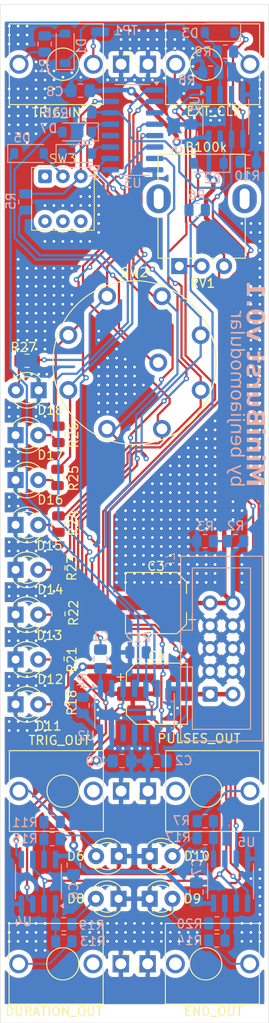
<source format=kicad_pcb>
(kicad_pcb (version 20240108) (generator "pcbnew") (generator_version "8.0")
  (layers (0 "F.Cu" signal) (31 "B.Cu" signal) (34 "B.Paste" user) (35 "F.Paste" user) (36 "B.SilkS" user "B.Silkscreen") (37 "F.SilkS" user "F.Silkscreen") (38 "B.Mask" user) (39 "F.Mask" user) (44 "Edge.Cuts" user))
  (net 0 "")
  (net 1 "Net-(C1-Pad2)")
  (net 2 "Net-(C1-Pad1)")
  (net 3 "GND")
  (net 4 "Net-(C2-Pad1)")
  (net 5 "Net-(D1-A)")
  (net 6 "Net-(D1-K)")
  (net 7 "Net-(D2-A)")
  (net 8 "CLK")
  (net 9 "Net-(D3-A)")
  (net 10 "Net-(D3-K)")
  (net 11 "CLK_EN")
  (net 12 "Net-(D4-A)")
  (net 13 "Net-(D5-A)")
  (net 14 "Net-(D5-K)")
  (net 15 "Net-(D7-A)")
  (net 16 "Net-(J1-PadTN)")
  (net 17 "Net-(J1-PadT)")
  (net 18 "Net-(J2-PadT)")
  (net 20 "Net-(J3-PadTN)")
  (net 21 "Net-(J3-PadT)")
  (net 22 "Net-(J4-PadT)")
  (net 25 "Net-(J5-PadT)")
  (net 27 "Net-(J6-PadT)")
  (net 28 "VREF")
  (net 29 "+12V")
  (net 30 "Net-(U4B-+)")
  (net 31 "RESET")
  (net 32 "Net-(U4A-+)")
  (net 33 "Net-(D10-A)")
  (net 34 "Net-(R11-Pad2)")
  (net 35 "Net-(R13-Pad2)")
  (net 36 "Net-(R14-Pad2)")
  (net 37 "Net-(D11-A)")
  (net 38 "Net-(D12-A)")
  (net 39 "Net-(D13-A)")
  (net 40 "Net-(D14-A)")
  (net 41 "Net-(D15-A)")
  (net 42 "Net-(D16-A)")
  (net 43 "Net-(D17-A)")
  (net 44 "Net-(D18-A)")
  (net 49 "-12V")
  (net 50 "Net-(D6-A)")
  (net 51 "Net-(D8-A)")
  (net 52 "Net-(D9-A)")
  (net 53 "Net-(R17-Pad1)")
  (net 54 "STEP1")
  (net 55 "STEP2")
  (net 56 "STEP3")
  (net 57 "STEP4")
  (net 58 "STEP5")
  (net 59 "STEP6")
  (net 60 "STEP7")
  (net 61 "STEP8")
  (footprint "LED_THT:LED_D3.0mm" (layer "F.Cu") (at 143.619 132.65)
    (property "Reference" "D9")
    (property "Value" "LED")
  )
  (footprint "Resistor_SMD:R_0805_2012Metric" (layer "F.Cu") (at 133.424 110.9 -90)
    (property "Reference" "R18")
    (property "Value" "10k")
  )
  (footprint "Capacitor_SMD:CP_Elec_6.3x4.5" (layer "F.Cu") (at 144.324 99.7 180)
    (property "Reference" "C3")
    (property "Value" "22uF")
  )
  (footprint "benjiaomodular:AudioJack_3.5mm" (layer "F.Cu") (at 143.394 139.9 90)
    (property "Reference" "J5" (hide yes))
    (property "Value" "END_OUT")
  )
  (footprint "benjiaomodular:RotarySwitch_SR16_POLE1_WAY8" (layer "F.Cu") (at 141.924 72.9)
    (property "Reference" "SW2")
    (property "Value" "STEPS")
  )
  (footprint "LED_THT:LED_D3.0mm" (layer "F.Cu") (at 128.639 110.988)
    (property "Reference" "D11")
    (property "Value" "LED")
  )
  (footprint "Resistor_SMD:R_0805_2012Metric" (layer "F.Cu") (at 133.324 105.9 -90)
    (property "Reference" "R21")
    (property "Value" "10k")
  )
  (footprint "benjiaomodular:AudioJack_3.5mm" (layer "F.Cu") (at 140.394 139.9 -90)
    (property "Reference" "J4" (hide yes))
    (property "Value" "DURATION_OUT")
  )
  (footprint "LED_THT:LED_D3.0mm" (layer "F.Cu") (at 131.214 75.988 180)
    (property "Reference" "D18")
    (property "Value" "LED")
  )
  (footprint "benjiaomodular:AudioJack_3.5mm" (layer "F.Cu") (at 140.424 120.65 -90)
    (property "Reference" "J2" (hide yes))
    (property "Value" "TRIG_OUT")
  )
  (footprint "Resistor_SMD:R_0805_2012Metric" (layer "F.Cu") (at 133.424 95.7875 -90)
    (property "Reference" "R23")
    (property "Value" "10k")
  )
  (footprint "LED_THT:LED_D3.0mm" (layer "F.Cu") (at 128.639 90.988)
    (property "Reference" "D15")
    (property "Value" "LED")
  )
  (footprint "LED_THT:LED_D3.0mm" (layer "F.Cu") (at 140.144 132.65 180)
    (property "Reference" "D8")
    (property "Value" "LED")
  )
  (footprint "benjiaomodular:Potentiometer_RV09" (layer "F.Cu") (at 146.924 62.15 90)
    (property "Reference" "RV1")
    (property "Value" "B100k")
  )
  (footprint "LED_THT:LED_D3.0mm" (layer "F.Cu") (at 140.174 127.9 180)
    (property "Reference" "D6")
    (property "Value" "LED")
  )
  (footprint "LED_THT:LED_D3.0mm" (layer "F.Cu") (at 143.624 127.9)
    (property "Reference" "D10")
    (property "Value" "LED")
  )
  (footprint "Resistor_SMD:R_0805_2012Metric" (layer "F.Cu") (at 133.424 100.9 -90)
    (property "Reference" "R22")
    (property "Value" "10k")
  )
  (footprint "LED_THT:LED_D3.0mm" (layer "F.Cu") (at 128.639 100.988)
    (property "Reference" "D13")
    (property "Value" "LED")
  )
  (footprint "LED_THT:LED_D3.0mm" (layer "F.Cu") (at 128.639 80.988)
    (property "Reference" "D17")
    (property "Value" "LED")
  )
  (footprint "Resistor_SMD:R_0805_2012Metric" (layer "F.Cu") (at 129.924 72.7 180)
    (property "Reference" "R27")
    (property "Value" "10k")
  )
  (footprint "Resistor_SMD:R_0805_2012Metric" (layer "F.Cu") (at 133.424 80.9 -90)
    (property "Reference" "R26")
    (property "Value" "10k")
  )
  (footprint "benjiaomodular:AudioJack_3.5mm" (layer "F.Cu") (at 143.424 39.65 90)
    (property "Reference" "J3" (hide yes))
    (property "Value" "EXT_CLK")
  )
  (footprint "Resistor_SMD:R_0805_2012Metric" (layer "F.Cu") (at 133.424 90.9 -90)
    (property "Reference" "R24")
    (property "Value" "10k" (hide yes))
  )
  (footprint "LED_THT:LED_D3.0mm" (layer "F.Cu") (at 128.639 105.988)
    (property "Reference" "D12")
    (property "Value" "LED")
  )
  (footprint "benjiaomodular:Button_KFC7x7" (layer "F.Cu") (at 133.924 54.65)
    (property "Reference" "SW3")
    (property "Value" "SW_DPDT_x2")
  )
  (footprint "Capacitor_SMD:CP_Elec_6.3x4.5" (layer "F.Cu") (at 144.424 109.8)
    (property "Reference" "C4")
    (property "Value" "22uF")
  )
  (footprint "LED_THT:LED_D3.0mm" (layer "F.Cu") (at 128.639 95.988)
    (property "Reference" "D14")
    (property "Value" "LED")
  )
  (footprint "benjiaomodular:AudioJack_3.5mm" (layer "F.Cu") (at 140.424 39.65 -90)
    (property "Reference" "J1" (hide yes))
    (property "Value" "TRIG_IN")
  )
  (footprint "LED_THT:LED_D3.0mm" (layer "F.Cu") (at 128.639 85.988)
    (property "Reference" "D16")
    (property "Value" "LED")
  )
  (footprint "benjiaomodular:AudioJack_3.5mm" (layer "F.Cu") (at 143.424 120.65 90)
    (property "Reference" "J6" (hide yes))
    (property "Value" "PULSES_OUT")
  )
  (footprint "Resistor_SMD:R_0805_2012Metric" (layer "F.Cu") (at 133.324 85.7 -90)
    (property "Reference" "R25")
    (property "Value" "10k")
  )
  (footprint "Resistor_SMD:R_0805_2012Metric" (layer "B.Cu") (at 132.724 124.1 180)
    (property "Reference" "R11")
    (property "Value" "1k")
  )
  (footprint "Capacitor_SMD:C_0805_2012Metric_Pad1.18x1.45mm_HandSolder" (layer "B.Cu") (at 135.8865 42.6 180)
    (property "Reference" "C8")
    (property "Value" "100nF")
  )
  (footprint "Resistor_SMD:R_0805_2012Metric" (layer "B.Cu") (at 134.024 137.4 180)
    (property "Reference" "R13")
    (property "Value" "1k")
  )
  (footprint "Resistor_SMD:R_0805_2012Metric" (layer "B.Cu") (at 152.074 38.25 180)
    (property "Reference" "R9")
    (property "Value" "15k")
  )
  (footprint "Resistor_SMD:R_0805_2012Metric" (layer "B.Cu") (at 136.124 111.1 -90)
    (property "Reference" "R4")
    (property "Value" "100k")
  )
  (footprint "Capacitor_SMD:C_0805_2012Metric_Pad1.18x1.45mm_HandSolder" (layer "B.Cu") (at 148.844 131.9 90)
    (property "Reference" "C7")
    (property "Value" "100nF")
  )
  (footprint "Resistor_SMD:R_0805_2012Metric" (layer "B.Cu") (at 154.624 50.5 180)
    (property "Reference" "R10")
    (property "Value" "100k")
  )
  (footprint "Diode_SMD:D_SOD-123" (layer "B.Cu") (at 151.424 36.1 180)
    (property "Reference" "D3")
    (property "Value" "1N4148")
  )
  (footprint "Package_SO:SOIC-8_3.9x4.9mm_P1.27mm" (layer "B.Cu") (at 152.124 45.5115 -90)
    (property "Reference" "U1")
    (property "Value" "LM358")
  )
  (footprint "Resistor_SMD:R_0805_2012Metric" (layer "B.Cu") (at 149.8115 92.8)
    (property "Reference" "R3")
    (property "Value" "10k")
  )
  (footprint "Capacitor_SMD:C_0805_2012Metric_Pad1.18x1.45mm_HandSolder" (layer "B.Cu") (at 140.524 117.3)
    (property "Reference" "C9")
    (property "Value" "100nF")
  )
  (footprint "Diode_SMD:D_SOD-123" (layer "B.Cu") (at 135.524 47.2 180)
    (property "Reference" "D7")
    (property "Value" "1N4148")
  )
  (footprint "Diode_SMD:D_SOD-123" (layer "B.Cu") (at 134.174 37.8875 90)
    (property "Reference" "D1")
    (property "Value" "1N4148")
  )
  (footprint "Diode_SMD:D_SOD-123" (layer "B.Cu") (at 130.124 49.6)
    (property "Reference" "D5")
    (property "Value" "1N4148")
  )
  (footprint "Resistor_SMD:R_0805_2012Metric" (layer "B.Cu") (at 134.024 135.495)
    (property "Reference" "R19")
    (property "Value" "10k")
  )
  (footprint "Resistor_SMD:R_0805_2012Metric" (layer "B.Cu") (at 131.888 37.4 90)
    (property "Reference" "R1")
    (property "Value" "15k")
  )
  (footprint "Resistor_SMD:R_0805_2012Metric" (layer "B.Cu") (at 148.924 55.9 180)
    (property "Reference" "R6")
    (property "Value" "100k")
  )
  (footprint "Package_SO:SOIC-8_3.9x4.9mm_P1.27mm" (layer "B.Cu") (at 131.191 130.747 90)
    (property "Reference" "U4")
    (property "Value" "LM358")
  )
  (footprint "Resistor_SMD:R_0805_2012Metric" (layer "B.Cu") (at 153.217 92.8)
    (property "Reference" "R2")
    (property "Value" "100k")
  )
  (footprint "Capacitor_SMD:C_0805_2012Metric_Pad1.18x1.45mm_HandSolder" (layer "B.Cu") (at 148.224 47.4 90)
    (property "Reference" "C5")
    (property "Value" "100nF")
  )
  (footprint "Resistor_SMD:R_0805_2012Metric" (layer "B.Cu") (at 142.324 105.2 180)
    (property "Reference" "R12")
    (property "Value" "100k")
  )
  (footprint "Resistor_SMD:R_0805_2012Metric" (layer "B.Cu") (at 151.124 137.3)
    (property "Reference" "R14")
    (property "Value" "1k")
  )
  (footprint "Package_SO:SOIC-16_3.9x9.9mm_P1.27mm" (layer "B.Cu") (at 141.699 46.975 180)
    (property "Reference" "U3")
    (property "Value" "4017")
  )
  (footprint "Resistor_SMD:R_0805_2012Metric" (layer "B.Cu") (at 136.2365 45 180)
    (property "Reference" "R16")
    (property "Value" "10k")
  )
  (footprint "Diode_SMD:D_SOD-123" (layer "B.Cu") (at 150.224 50.7 180)
    (property "Reference" "D2")
    (property "Value" "1N4148")
  )
  (footprint "Resistor_SMD:R_0805_2012Metric" (layer "B.Cu") (at 149.824 125.9 180)
    (property "Reference" "R17")
    (property "Value" "10k")
  )
  (footprint "Diode_SMD:D_SOD-123" (layer "B.Cu") (at 135.524 49.6)
    (property "Reference" "D4")
    (property "Value" "1N4148")
  )
  (footprint "Connector_Wire:SolderWirePad_1x01_SMD_1x2mm" (layer "B.Cu") (at 138.074 36.05 90)
    (property "Reference" "TP1")
    (property "Value" "TestPoint")
  )
  (footprint "Resistor_SMD:R_0805_2012Metric" (layer "B.Cu") (at 149.824 124)
    (property "Reference" "R7")
    (property "Value" "1k")
  )
  (footprint "Resistor_SMD:R_0805_2012Metric" (layer "B.Cu") (at 129.724 55 -90)
    (property "Reference" "R5")
    (property "Value" "100k")
  )
  (footprint "Package_SO:SOIC-14_3.9x8.7mm_P1.27mm" (layer "B.Cu") (at 141.93 111.7 -90)
    (property "Reference" "U2")
    (property "Value" "40106")
  )
  (footprint "Capacitor_SMD:C_0805_2012Metric_Pad1.18x1.45mm_HandSolder" (layer "B.Cu") (at 135.128 128.904 -90)
    (property "Reference" "C6")
    (property "Value" "100nF")
  )
  (footprint "Resistor_SMD:R_0805_2012Metric" (layer "B.Cu") (at 150.424 40.6)
    (property "Reference" "R8")
    (property "Value" "100k")
  )
  (footprint "Resistor_SMD:R_0805_2012Metric" (layer "B.Cu") (at 132.724 126)
    (property "Reference" "R15")
    (property "Value" "10k")
  )
  (footprint "Package_SO:SOIC-8_3.9x4.9mm_P1.27mm" (layer "B.Cu") (at 152.654 130.682 -90)
    (property "Reference" "U5")
    (property "Value" "LM358")
  )
  (footprint "Resistor_SMD:R_0805_2012Metric" (layer "B.Cu") (at 151.124 135.4 180)
    (property "Reference" "R20")
    (property "Value" "10k")
  )
  (footprint "Capacitor_SMD:C_0805_2012Metric_Pad1.18x1.45mm_HandSolder" (layer "B.Cu") (at 138.124 105.923 -90)
    (property "Reference" "C1")
    (property "Value" "10nF")
  )
  (footprint "benjiaomodular:Header_IDC2x05_NoArrow" (layer "B.Cu") (at 150.368 109.854)
    (property "Reference" "J7")
    (property "Value" "Conn_01x10_Pin")
  )
  (footprint "Capacitor_SMD:C_0805_2012Metric_Pad1.18x1.45mm_HandSolder" (layer "B.Cu") (at 144.424 117.3 180)
    (property "Reference" "C2")
    (property "Value" "10uF")
  )
  (gr_line (start 126.924 146.488) (end 126.924 32.988) (stroke (width 0.05)) (layer "Edge.Cuts"))
  (gr_line (start 156.924 146.488) (end 126.924 146.488) (stroke (width 0.05)) (layer "Edge.Cuts"))
  (gr_line (start 156.924 32.988) (end 156.924 146.488) (stroke (width 0.05)) (layer "Edge.Cuts"))
  (gr_line (start 126.924 32.988) (end 156.924 32.988) (stroke (width 0.05)) (layer "Edge.Cuts"))
  (gr_text "by benjiaomodular" (at 152.424 86.8 270) (layer "B.SilkS") (effects (font (size 1.5 1.5) (thickness 0.1)) (justify left bottom mirror)))
  (gr_text "MiniBurst v0.1" (at 154.124 86.8 270) (layer "B.SilkS") (effects (font (size 2 2) (thickness 0.3) (bold yes)) (justify left bottom mirror)))
  (segment (start 137.0865 109.225) (end 136.124 110.1875) (width 0.25) (layer "B.Cu") (net 1))
  (segment (start 138.12 109.225) (end 138.12 106.9645) (width 0.25) (layer "B.Cu") (net 1))
  (segment (start 138.12 106.9645) (end 138.124 106.9605) (width 0.25) (layer "B.Cu") (net 1))
  (segment (start 138.12 109.225) (end 137.0865 109.225) (width 0.25) (layer "B.Cu") (net 1))
  (segment (start 145.699 60.625) (end 147.724 58.6) (width 0.25) (layer "F.Cu") (net 2))
  (segment (start 145.699 64.175) (end 145.699 60.625) (width 0.25) (layer "F.Cu") (net 2))
  (segment (start 147.724 74.683884) (end 147.724 73.536396) (width 0.25) (layer "F.Cu") (net 2))
  (segment (start 147.724 73.536396) (end 146.724 72.536396) (width 0.25) (layer "F.Cu") (net 2))
  (segment (start 137.174 102.65) (end 138.124 103.6) (width 0.25) (layer "F.Cu") (net 2))
  (segment (start 137.174 94.9) (end 137.174 102.65) (width 0.25) (layer "F.Cu") (net 2))
  (segment (start 147.715942 74.691942) (end 147.724 74.683884) (width 0.25) (layer "F.Cu") (net 2))
  (segment (start 146.724 65.2) (end 145.699 64.175) (width 0.25) (layer "F.Cu") (net 2))
  (segment (start 145.224 77.183884) (end 145.224 77.2) (width 0.25) (layer "F.Cu") (net 2))
  (segment (start 147.724 57.336396) (end 147.674 57.286396) (width 0.25) (layer "F.Cu") (net 2))
  (segment (start 141.474 80.95) (end 141.474 81.275) (width 0.25) (layer "F.Cu") (net 2))
  (segment (start 147.674 57.286396) (end 147.674 46.15) (width 0.25) (layer "F.Cu") (net 2))
  (segment (start 146.724 72.536396) (end 146.724 65.2) (width 0.25) (layer "F.Cu") (net 2))
  (segment (start 147.724 58.6) (end 147.724 57.336396) (width 0.25) (layer "F.Cu") (net 2))
  (segment (start 145.224 77.2) (end 141.474 80.95) (width 0.25) (layer "F.Cu") (net 2))
  (segment (start 147.674 46.15) (end 146.424 44.9) (width 0.25) (layer "F.Cu") (net 2))
  (via (at 146.424 44.9) (size 0.6) (drill 0.3) (layers "F.Cu" "B.Cu") (net 2))
  (via (at 137.174 94.9) (size 0.6) (drill 0.3) (layers "F.Cu" "B.Cu") (net 2))
  (via (at 147.715942 74.691942) (size 0.6) (drill 0.3) (layers "F.Cu" "B.Cu") (net 2))
  (via (at 141.474 81.275) (size 0.6) (drill 0.3) (layers "F.Cu" "B.Cu") (net 2))
  (via (at 145.224 77.183884) (size 0.6) (drill 0.3) (layers "F.Cu" "B.Cu") (net 2))
  (via (at 138.124 103.6) (size 0.6) (drill 0.3) (layers "F.Cu" "B.Cu") (net 2))
  (segment (start 138.724 93.35) (end 137.174 94.9) (width 0.25) (layer "B.Cu") (net 2))
  (segment (start 138.124 103.6) (end 138.124 104.8855) (width 0.25) (layer "B.Cu") (net 2))
  (segment (start 146.424 44.9) (end 148.2875 43.0365) (width 0.25) (layer "B.Cu") (net 2))
  (segment (start 141.424 86.383884) (end 138.724 89.083884) (width 0.25) (layer "B.Cu") (net 2))
  (segment (start 147.715942 74.691942) (end 145.224 77.183884) (width 0.25) (layer "B.Cu") (net 2))
  (segment (start 141.424 84.516116) (end 141.424 86.383884) (width 0.25) (layer "B.Cu") (net 2))
  (segment (start 148.2875 43.0365) (end 150.219 43.0365) (width 0.25) (layer "B.Cu") (net 2))
  (segment (start 141.474 84.466116) (end 141.424 84.516116) (width 0.25) (layer "B.Cu") (net 2))
  (segment (start 141.474 81.275) (end 141.474 84.466116) (width 0.25) (layer "B.Cu") (net 2))
  (segment (start 138.724 89.083884) (end 138.724 93.35) (width 0.25) (layer "B.Cu") (net 2))
  (via (at 131.924 77.9) (size 0.6) (drill 0.3) (layers "F.Cu" "B.Cu") (net 3))
  (via (at 139.924 137.4) (size 0.6) (drill 0.3) (layers "F.Cu" "B.Cu") (net 3))
  (via (at 137.924 75.4) (size 0.6) (drill 0.3) (layers "F.Cu" "B.Cu") (net 3))
  (via (at 145.924 88.4) (size 0.6) (drill 0.3) (layers "F.Cu" "B.Cu") (net 3))
  (via (at 142.96081 88.393088) (size 0.6) (drill 0.3) (layers "F.Cu" "B.Cu") (net 3))
  (via (at 131.924 44.4) (size 0.6) (drill 0.3) (layers "F.Cu" "B.Cu") (net 3))
  (via (at 133.924 64.4) (size 0.6) (drill 0.3) (layers "F.Cu" "B.Cu") (net 3))
  (via (at 146.929514 93.39402) (size 0.6) (drill 0.3) (layers "F.Cu" "B.Cu") (net 3))
  (via (at 132.924 41.4) (size 0.6) (drill 0.3) (layers "F.Cu" "B.Cu") (net 3))
  (via (at 127.917324 45.398455) (size 0.6) (drill 0.3) (layers "F.Cu" "B.Cu") (net 3))
  (via (at 131.924 78.9) (size 0.6) (drill 0.3) (layers "F.Cu" "B.Cu") (net 3))
  (via (at 150.924 86.4) (size 0.6) (drill 0.3) (layers "F.Cu" "B.Cu") (net 3))
  (via (at 139.724 115.9) (size 0.6) (drill 0.3) (layers "F.Cu" "B.Cu") (net 3))
  (via (at 137.924 74.4) (size 0.6) (drill 0.3) (layers "F.Cu" "B.Cu") (net 3))
  (via (at 148.924 97.4) (size 0.6) (drill 0.3) (layers "F.Cu" "B.Cu") (net 3))
  (via (at 128.924 135.4) (size 0.6) (drill 0.3) (layers "F.Cu" "B.Cu") (net 3))
  (via (at 144.924 87.4) (size 0.6) (drill 0.3) (layers "F.Cu" "B.Cu") (net 3))
  (via (at 132.924 65.4) (size 0.6) (drill 0.3) (layers "F.Cu" "B.Cu") (net 3))
  (via (at 155.924 72.4) (size 0.6) (drill 0.3) (layers "F.Cu" "B.Cu") (net 3))
  (via (at 129.924 98.9) (size 0.6) (drill 0.3) (layers "F.Cu" "B.Cu") (net 3))
  (via (at 133.924 63.4) (size 0.6) (drill 0.3) (layers "F.Cu" "B.Cu") (net 3))
  (via (at 150.924 96.4) (size 0.6) (drill 0.3) (layers "F.Cu" "B.Cu") (net 3))
  (via (at 146.724 111.4) (size 0.6) (drill 0.3) (layers "F.Cu" "B.Cu") (net 3))
  (via (at 128.924 37.4) (size 0.6) (drill 0.3) (layers "F.Cu" "B.Cu") (net 3))
  (via (at 143.924 93.4) (size 0.6) (drill 0.3) (layers "F.Cu" "B.Cu") (net 3))
  (via (at 136.924 137.4) (size 0.6) (drill 0.3) (layers "F.Cu" "B.Cu") (net 3))
  (via (at 149.924 96.4) (size 0.6) (drill 0.3) (layers "F.Cu" "B.Cu") (net 3))
  (via (at 140.424 36.9) (size 0.6) (drill 0.3) (layers "F.Cu" "B.Cu") (net 3))
  (via (at 148.924 94.4) (size 0.6) (drill 0.3) (layers "F.Cu" "B.Cu") (net 3))
  (via (at 154.924 68.4) (size 0.6) (drill 0.3) (layers "F.Cu" "B.Cu") (net 3))
  (via (at 127.924 44.4) (size 0.6) (drill 0.3) (layers "F.Cu" "B.Cu") (net 3))
  (via (at 139.924 93.4) (size 0.6) (drill 0.3) (layers "F.Cu" "B.Cu") (net 3))
  (via (at 148.924 87.4) (size 0.6) (drill 0.3) (layers "F.Cu" "B.Cu") (net 3))
  (via (at 148.924 96.4) (size 0.6) (drill 0.3) (layers "F.Cu" "B.Cu") (net 3))
  (via (at 149.931376 83.393088) (size 0.6) (drill 0.3) (layers "F.Cu" "B.Cu") (net 3))
  (via (at 130.924 67.4) (size 0.6) (drill 0.3) (layers "F.Cu" "B.Cu") (net 3))
  (via (at 131.924 66.4) (size 0.6) (drill 0.3) (layers "F.Cu" "B.Cu") (net 3))
  (via (at 143.924 94.4) (size 0.6) (drill 0.3) (layers "F.Cu" "B.Cu") (net 3))
  (via (at 147.424 42.9) (size 0.6) (drill 0.3) (layers "F.Cu" "B.Cu") (net 3))
  (via (at 143.924 87.4) (size 0.6) (drill 0.3) (layers "F.Cu" "B.Cu") (net 3))
  (via (at 130.924 47.4) (size 0.6) (drill 0.3) (layers "F.Cu" "B.Cu") (net 3))
  (via (at 140.880977 72.525857) (size 0.6) (drill 0.3) (layers "F.Cu" "B.Cu") (net 3))
  (via (at 143.924 135.4) (size 0.6) (drill 0.3) (layers "F.Cu" "B.Cu") (net 3))
  (via (at 144.924 89.4) (size 0.6) (drill 0.3) (layers "F.Cu" "B.Cu") (net 3))
  (via (at 155.924 130.4) (size 0.6) (drill 0.3) (layers "F.Cu" "B.Cu") (net 3))
  (via (at 155.924 42.4) (size 0.6) (drill 0.3) (layers "F.Cu" "B.Cu") (net 3))
  (via (at 145.424 37.9) (size 0.6) (drill 0.3) (layers "F.Cu" "B.Cu") (net 3))
  (via (at 154.924 130.4) (size 0.6) (drill 0.3) (layers "F.Cu" "B.Cu") (net 3))
  (via (at 128.924 46.4) (size 0.6) (drill 0.3) (layers "F.Cu" "B.Cu") (net 3))
  (via (at 130.924 63.4) (size 0.6) (drill 0.3) (layers "F.Cu" "B.Cu") (net 3))
  (via (at 129.924 71.4) (size 0.6) (drill 0.3) (layers "F.Cu" "B.Cu") (net 3))
  (via (at 155.924 71.4) (size 0.6) (drill 0.3) (layers "F.Cu" "B.Cu") (net 3))
  (via (at 147.924 96.4) (size 0.6) (drill 0.3) (layers "F.Cu" "B.Cu") (net 3))
  (via (at 130.924 62.4) (size 0.6) (drill 0.3) (layers "F.Cu" "B.Cu") (net 3))
  (via (at 153.924 97.4) (size 0.6) (drill 0.3) (layers "F.Cu" "B.Cu") (net 3))
  (via (at 152.924 88.4) (size 0.6) (drill 0.3) (layers "F.Cu" "B.Cu") (net 3))
  (via (at 128.924 87.9) (size 0.6) (drill 0.3) (layers "F.Cu" "B.Cu") (net 3))
  (via (at 137.924 73.4) (size 0.6) (drill 0.3) (layers "F.Cu" "B.Cu") (net 3))
  (via (at 140.924 75.4) (size 0.6) (drill 0.3) (layers "F.Cu" "B.Cu") (net 3))
  (via (at 148.924 81.4) (size 0.6) (drill 0.3) (layers "F.Cu" "B.Cu") (net 3))
  (via (at 143.929992 95.393324) (size 0.6) (drill 0.3) (layers "F.Cu" "B.Cu") (net 3))
  (via (at 155.924 78.4) (size 0.6) (drill 0.3) (layers "F.Cu" "B.Cu") (net 3))
  (via (at 154.924 78.4) (size 0.6) (drill 0.3) (layers "F.Cu" "B.Cu") (net 3))
  (via (at 148.924 88.4) (size 0.6) (drill 0.3) (layers "F.Cu" "B.Cu") (net 3))
  (via (at 149.931376 87.393088) (size 0.6) (drill 0.3) (layers "F.Cu" "B.Cu") (net 3))
  (via (at 144.924 135.4) (size 0.6) (drill 0.3) (layers "F.Cu" "B.Cu") (net 3))
  (via (at 134.924 55.4) (size 0.6) (drill 0.3) (layers "F.Cu" "B.Cu") (net 3))
  (via (at 132.924 66.4) (size 0.6) (drill 0.3) (layers "F.Cu" "B.Cu") (net 3))
  (via (at 128.924 42.4) (size 0.6) (drill 0.3) (layers "F.Cu" "B.Cu") (net 3))
  (via (at 129.924 42.4) (size 0.6) (drill 0.3) (layers "F.Cu" "B.Cu") (net 3))
  (via (at 155.924 135.4) (size 0.6) (drill 0.3) (layers "F.Cu" "B.Cu") (net 3))
  (via (at 144.929992 95.393324) (size 0.6) (drill 0.3) (layers "F.Cu" "B.Cu") (net 3))
  (via (at 145.924 93.4) (size 0.6) (drill 0.3) (layers "F.Cu" "B.Cu") (net 3))
  (via (at 127.924 97.9) (size 0.6) (drill 0.3) (layers "F.Cu" "B.Cu") (net 3))
  (via (at 154.924 75.4) (size 0.6) (drill 0.3) (layers "F.Cu" "B.Cu") (net 3))
  (via (at 155.924 47.4) (size 0.6) (drill 0.3) (layers "F.Cu" "B.Cu") (net 3))
  (via (at 136.924 59.4) (size 0.6) (drill 0.3) (layers "F.Cu" "B.Cu") (net 3))
  (via (at 155.924 76.4) (size 0.6) (drill 0.3) (layers "F.Cu" "B.Cu") (net 3))
  (via (at 141.924 41.4) (size 0.6) (drill 0.3) (layers "F.Cu" "B.Cu") (net 3))
  (via (at 137.924 54.4) (size 0.6) (drill 0.3) (layers "F.Cu" "B.Cu") (net 3))
  (via (at 135.924 54.4) (size 0.6) (drill 0.3) (layers "F.Cu" "B.Cu") (net 3))
  (via (at 131.924 42.4) (size 0.6) (drill 0.3) (layers "F.Cu" "B.Cu") (net 3))
  (via (at 129.924 108.9) (size 0.6) (drill 0.3) (layers "F.Cu" "B.Cu") (net 3))
  (via (at 130.924 65.4) (size 0.6) (drill 0.3) (layers "F.Cu" "B.Cu") (net 3))
  (via (at 147.924 90.4) (size 0.6) (drill 0.3) (layers "F.Cu" "B.Cu") (net 3))
  (via (at 128.924 35.4) (size 0.6) (drill 0.3) (layers "F.Cu" "B.Cu") (net 3))
  (via (at 149.924 94.4) (size 0.6) (drill 0.3) (layers "F.Cu" "B.Cu") (net 3))
  (via (at 129.924 36.4) (size 0.6) (drill 0.3) (layers "F.Cu" "B.Cu") (net 3))
  (via (at 155.924 74.4) (size 0.6) (drill 0.3) (layers "F.Cu" "B.Cu") (net 3))
  (via (at 138.924 75.4) (size 0.6) (drill 0.3) (layers "F.Cu" "B.Cu") (net 3))
  (via (at 128.924 43.4) (size 0.6) (drill 0.3) (layers "F.Cu" "B.Cu") (net 3))
  (via (at 142.929992 95.393324) (size 0.6) (drill 0.3) (layers "F.Cu" "B.Cu") (net 3))
  (via (at 130.924 136.4) (size 0.6) (drill 0.3) (layers "F.Cu" "B.Cu") (net 3))
  (via (at 146.929514 97.39402) (size 0.6) (drill 0.3) (layers "F.Cu" "B.Cu") (net 3))
  (via (at 129.924 44.4) (size 0.6) (drill 0.3) (layers "F.Cu" "B.Cu") (net 3))
  (via (at 132.924 40.4) (size 0.6) (drill 0.3) (layers "F.Cu" "B.Cu") (net 3))
  (via (at 149.931376 85.393088) (size 0.6) (drill 0.3) (layers "F.Cu" "B.Cu") (net 3))
  (via (at 145.924 85.4) (size 0.6) (drill 0.3) (layers "F.Cu" "B.Cu") (net 3))
  (via (at 140.924 94.4) (size 0.6) (drill 0.3) (layers "F.Cu" "B.Cu") (net 3))
  (via (at 155.924 131.4) (size 0.6) (drill 0.3) (layers "F.Cu" "B.Cu") (net 3))
  (via (at 155.924 79.4) (size 0.6) (drill 0.3) (layers "F.Cu" "B.Cu") (net 3))
  (via (at 143.424 36.9) (size 0.6) (drill 0.3) (layers "F.Cu" "B.Cu") (net 3))
  (via (at 132.924 98.4) (size 0.6) (drill 0.3) (layers "F.Cu" "B.Cu") (net 3))
  (via (at 146.924 87.4) (size 0.6) (drill 0.3) (layers "F.Cu" "B.Cu") (net 3))
  (via (at 155.924 133.4) (size 0.6) (drill 0.3) (layers "F.Cu" "B.Cu") (net 3))
  (via (at 150.424 44.9) (size 0.6) (drill 0.3) (layers "F.Cu" "B.Cu") (net 3))
  (via (at 154.924 73.4) (size 0.6) (drill 0.3) (layers "F.Cu" "B.Cu") (net 3))
  (via (at 148.424 40.9) (size 0.6) (drill 0.3) (layers "F.Cu" "B.Cu") (net 3))
  (via (at 141.924 135.4) (size 0.6) (drill 0.3) (layers "F.Cu" "B.Cu") (net 3))
  (via (at 127.924 36.4) (size 0.6) (drill 0.3) (layers "F.Cu" "B.Cu") (net 3))
  (via (at 127.924 92.9) (size 0.6) (drill 0.3) (layers "F.Cu" "B.Cu") (net 3))
  (via (at 147.924 91.4) (size 0.6) (drill 0.3) (layers "F.Cu" "B.Cu") (net 3))
  (via (at 132.924 62.4) (size 0.6) (drill 0.3) (layers "F.Cu" "B.Cu") (net 3))
  (via (at 139.924 90.4) (size 0.6) (drill 0.3) (layers "F.Cu" "B.Cu") (net 3))
  (via (at 143.924 92.4) (size 0.6) (drill 0.3) (layers "F.Cu" "B.Cu") (net 3))
  (via (at 140.924 91.4) (size 0.6) (drill 0.3) (layers "F.Cu" "B.Cu") (net 3))
  (via (at 130.924 46.4) (size 0.6) (drill 0.3) (layers "F.Cu" "B.Cu") (net 3))
  (via (at 129.924 92.9) (size 0.6) (drill 0.3) (layers "F.Cu" "B.Cu") (net 3))
  (via (at 155.924 43.4) (size 0.6) (drill 0.3) (layers "F.Cu" "B.Cu") (net 3))
  (via (at 131.924 45.4) (size 0.6) (drill 0.3) (layers "F.Cu" "B.Cu") (net 3))
  (via (at 137.824 112.5) (size 0.6) (drill 0.3) (layers "F.Cu" "B.Cu") (net 3))
  (via (at 146.924 86.4) (size 0.6) (drill 0.3) (layers "F.Cu" "B.Cu") (net 3))
  (via (at 143.924 88.4) (size 0.6) (drill 0.3) (layers "F.Cu" "B.Cu") (net 3))
  (via (at 130.924 78.9) (size 0.6) (drill 0.3) (layers "F.Cu" "B.Cu") (net 3))
  (via (at 145.924 94.4) (size 0.6) (drill 0.3) (layers "F.Cu" "B.Cu") (net 3))
  (via (at 149.924 80.4) (size 0.6) (drill 0.3) (layers "F.Cu" "B.Cu") (net 3))
  (via (at 139.924 76.4) (size 0.6) (drill 0.3) (layers "F.Cu" "B.Cu") (net 3))
  (via (at 151.424 44.9) (size 0.6) (drill 0.3) (layers "F.Cu" "B.Cu") (net 3))
  (via (at 139.924 75.4) (size 0.6) (drill 0.3) (layers "F.Cu" "B.Cu") (net 3))
  (via (at 138.924 73.4) (size 0.6) (drill 0.3) (layers "F.Cu" "B.Cu") (net 3))
  (via (at 147.924 84.4) (size 0.6) (drill 0.3) (layers "F.Cu" "B.Cu") (net 3))
  (via (at 154.924 64.4) (size 0.6) (drill 0.3) (layers "F.Cu" "B.Cu") (net 3))
  (via (at 155.924 58.4) (size 0.6) (drill 0.3) (layers "F.Cu" "B.Cu") (net 3))
  (via (at 129.924 102.9) (size 0.6) (drill 0.3) (layers "F.Cu" "B.Cu") (net 3))
  (via (at 152.917374 89.394453) (size 0.6) (drill 0.3) (layers "F.Cu" "B.Cu") (net 3))
  (via (at 146.929514 91.39402) (size 0.6) (drill 0.3) (layers "F.Cu" "B.Cu") (net 3))
  (via (at 149.924 81.4) (size 0.6) (drill 0.3) (layers "F.Cu" "B.Cu") (net 3))
  (via (at 128.924 137.4) (size 0.6) (drill 0.3) (layers "F.Cu" "B.Cu") (net 3))
  (via (at 140.624 115.9) (size 0.6) (drill 0.3) (layers "F.Cu" "B.Cu") (net 3))
  (via (at 153.924 95.4) (size 0.6) (drill 0.3) (layers "F.Cu" "B.Cu") (net 3))
  (via (at 134.924 40.6) (size 0.6) (drill 0.3) (layers "F.Cu" "B.Cu") (net 3))
  (via (at 127.924 46.4) (size 0.6) (drill 0.3) (layers "F.Cu" "B.Cu") (net 3))
  (via (at 128.924 77.9) (size 0.6) (drill 0.3) (layers "F.Cu" "B.Cu") (net 3))
  (via (at 145.924 97.4) (size 0.6) (drill 0.3) (layers "F.Cu" "B.Cu") (net 3))
  (via (at 154.924 137.4) (size 0.6) (drill 0.3) (layers "F.Cu" "B.Cu") (net 3))
  (via (at 130.924 43.4) (size 0.6) (drill 0.3) (layers "F.Cu" "B.Cu") (net 3))
  (via (at 136.916415 55.39125) (size 0.6) (drill 0.3) (layers "F.Cu" "B.Cu") (net 3))
  (via (at 144.924 86.4) (size 0.6) (drill 0.3) (layers "F.Cu" "B.Cu") (net 3))
  (via (at 137.824 111.6) (size 0.6) (drill 0.3) (layers "F.Cu" "B.Cu") (net 3))
  (via (at 130.924 113.9) (size 0.6) (drill 0.3) (layers "F.Cu" "B.Cu") (net 3))
  (via (at 138.924 72.4) (size 0.6) (drill 0.3) (layers "F.Cu" "B.Cu") (net 3))
  (via (at 136.924 53.4) (size 0.6) (drill 0.3) (layers "F.Cu" "B.Cu") (net 3))
  (via (at 154.924 135.4) (size 0.6) (drill 0.3) (layers "F.Cu" "B.Cu") (net 3))
  (via (at 140.424 35.9) (size 0.6) (drill 0.3) (layers "F.Cu" "B.Cu") (net 3))
  (via (at 142.924 96.4) (size 0.6) (drill 0.3) (layers "F.Cu" "B.Cu") (net 3))
  (via (at 130.924 97.9) (size 0.6) (drill 0.3) (layers "F.Cu" "B.Cu") (net 3))
  (via (at 144.924 94.4) (size 0.6) (drill 0.3) (layers "F.Cu" "B.Cu") (net 3))
  (via (at 155.924 80.4) (size 0.6) (drill 0.3) (layers "F.Cu" "B.Cu") (net 3))
  (via (at 138.924 135.4) (size 0.6) (drill 0.3) (layers "F.Cu" "B.Cu") (net 3))
  (via (at 140.924 136.4) (size 0.6) (drill 0.3) (layers "F.Cu" "B.Cu") (net 3))
  (via (at 153.924 135.4) (size 0.6) (drill 0.3) (layers "F.Cu" "B.Cu") (net 3))
  (via (at 128.924 45.4) (size 0.6) (drill 0.3) (layers "F.Cu" "B.Cu") (net 3))
  (via (at 129.924 43.4) (size 0.6) (drill 0.3) (layers "F.Cu" "B.Cu") (net 3))
  (via (at 132.919625 59.398394) (size 0.6) (drill 0.3) (layers "F.Cu" "B.Cu") (net 3))
  (via (at 154.924 80.4) (size 0.6) (drill 0.3) (layers "F.Cu" "B.Cu") (net 3))
  (via (at 149.424 127.4) (size 0.6) (drill 0.3) (layers "F.Cu" "B.Cu") (net 3))
  (via (at 154.924 84.4) (size 0.6) (drill 0.3) (layers "F.Cu" "B.Cu") (net 3))
  (via (at 141.924 74.4) (size 0.6) (drill 0.3) (layers "F.Cu" "B.Cu") (net 3))
  (via (at 155.924 137.4) (size 0.6) (drill 0.3) (layers "F.Cu" "B.Cu") (net 3))
  (via (at 145.224 41.2) (size 0.6) (drill 0.3) (layers "F.Cu" "B.Cu") (net 3))
  (via (at 148.924 82.4) (size 0.6) (drill 0.3) (layers "F.Cu" "B.Cu") (net 3))
  (via (at 139.924 72.4) (size 0.6) (drill 0.3) (layers "F.Cu" "B.Cu") (net 3))
  (via (at 139.924 94.4) (size 0.6) (drill 0.3) (layers "F.Cu" "B.Cu") (net 3))
  (via (at 142.924 93.4) (size 0.6) (drill 0.3) (layers "F.Cu" "B.Cu") (net 3))
  (via (at 139.924 91.4) (size 0.6) (drill 0.3) (layers "F.Cu" "B.Cu") (net 3))
  (via (at 131.924 69.4) (size 0.6) (drill 0.3) (layers "F.Cu" "B.Cu") (net 3))
  (via (at 138.924 136.4) (size 0.6) (drill 0.3) (layers "F.Cu" "B.Cu") (net 3))
  (via (at 140.924 97.4) (size 0.6) (drill 0.3) (layers "F.Cu" "B.Cu") (net 3))
  (via (at 155.924 69.4) (size 0.6) (drill 0.3) (layers "F.Cu" "B.Cu") (net 3))
  (via (at 130.924 102.9) (size 0.6) (drill 0.3) (layers "F.Cu" "B.Cu") (net 3))
  (via (at 129.924 97.9) (size 0.6) (drill 0.3) (layers "F.Cu" "B.Cu") (net 3))
  (via (at 150.924 80.4) (size 0.6) (drill 0.3) (layers "F.Cu" "B.Cu") (net 3))
  (via (at 149.931376 88.393088) (size 0.6) (drill 0.3) (layers "F.Cu" "B.Cu") (net 3))
  (via (at 155.924 68.4) (size 0.6) (drill 0.3) (layers "F.Cu" "B.Cu") (net 3))
  (via (at 128.924 69.4) (size 0.6) (drill 0.3) (layers "F.Cu" "B.Cu") (net 3))
  (via (at 133.924 59.4) (size 0.6) (drill 0.3) (layers "F.Cu" "B.Cu") (net 3))
  (via (at 155.924 73.4) (size 0.6) (drill 0.3) (layers "F.Cu" "B.Cu") (net 3))
  (via (at 150.924 81.4) (size 0.6) (drill 0.3) (layers "F.Cu" "B.Cu") (net 3))
  (via (at 133.924 65.4) (size 0.6) (drill 0.3) (layers "F.Cu" "B.Cu") (net 3))
  (via (at 134.924 65.4) (size 0.6) (drill 0.3) (layers "F.Cu" "B.Cu") (net 3))
  (via (at 127.924 47.4) (size 0.6) (drill 0.3) (layers "F.Cu" "B.Cu") (net 3))
  (via (at 128.924 70.4) (size 0.6) (drill 0.3) (layers "F.Cu" "B.Cu") (net 3))
  (via (at 154.924 81.4) (size 0.6) (drill 0.3) (layers "F.Cu" "B.Cu") (net 3))
  (via (at 130.924 77.9) (size 0.6) (drill 0.3) (layers "F.Cu" "B.Cu") (net 3))
  (via (at 155.924 62.4) (size 0.6) (drill 0.3) (layers "F.Cu" "B.Cu") (net 3))
  (via (at 155.924 86.4) (size 0.6) (drill 0.3) (layers "F.Cu" "B.Cu") (net 3))
  (via (at 131.924 67.4) (size 0.6) (drill 0.3) (layers "F.Cu" "B.Cu") (net 3))
  (via (at 135.924 41.1) (size 0.6) (drill 0.3) (layers "F.Cu" "B.Cu") (net 3))
  (via (at 143.924 41.4) (size 0.6) (drill 0.3) (layers "F.Cu" "B.Cu") (net 3))
  (via (at 145.924 90.4) (size 0.6) (drill 0.3) (layers "F.Cu" "B.Cu") (net 3))
  (via (at 150.924 84.4) (size 0.6) (drill 0.3) (layers "F.Cu" "B.Cu") (net 3))
  (via (at 142.924 97.4) (size 0.6) (drill 0.3) (layers "F.Cu" "B.Cu") (net 3))
  (via (at 130.924 66.4) (size 0.6) (drill 0.3) (layers "F.Cu" "B.Cu") (net 3))
  (via (at 130.924 135.4) (size 0.6) (drill 0.3) (layers "F.Cu" "B.Cu") (net 3))
  (via (at 140.924 93.4) (size 0.6) (drill 0.3) (layers "F.Cu" "B.Cu") (net 3))
  (via (at 141.924 96.4) (size 0.6) (drill 0.3) (layers "F.Cu" "B.Cu") (net 3))
  (via (at 128.924 82.9) (size 0.6) (drill 0.3) (layers "F.Cu" "B.Cu") (net 3))
  (via (at 155.924 134.4) (size 0.6) (drill 0.3) (layers "F.Cu" "B.Cu") (net 3))
  (via (at 127.924 107.9) (size 0.6) (drill 0.3) (layers "F.Cu" "B.Cu") (net 3))
  (via (at 143.924 97.4) (size 0.6) (drill 0.3) (layers "F.Cu" "B.Cu") (net 3))
  (via (at 150.924 95.4) (size 0.6) (drill 0.3) (layers "F.Cu" "B.Cu") (net 3))
  (via (at 140.929992 95.393324) (size 0.6) (drill 0.3) (layers "F.Cu" "B.Cu") (net 3))
  (via (at 129.924 136.4) (size 0.6) (drill 0.3) (layers "F.Cu" "B.Cu") (net 3))
  (via (at 148.924 136.4) (size 0.6) (drill 0.3) (layers "F.Cu" "B.Cu") (net 3))
  (via (at 155.924 45.4) (size 0.6) (drill 0.3) (layers "F.Cu" "B.Cu") (net 3))
  (via (at 154.924 58.4) (size 0.6) (drill 0.3) (layers "F.Cu" "B.Cu") (net 3))
  (via (at 154.924 82.4) (size 0.6) (drill 0.3) (layers "F.Cu" "B.Cu") (net 3))
  (via (at 137.924 136.4) (size 0.6) (drill 0.3) (layers "F.Cu" "B.Cu") (net 3))
  (via (at 129.924 89.4) (size 0.6) (drill 0.3) (layers "F.Cu" "B.Cu") (net 3))
  (via (at 149.937368 89.386412) (size 0.6) (drill 0.3) (layers "F.Cu" "B.Cu") (net 3))
  (via (at 146.929514 90.39402) (size 0.6) (drill 0.3) (layers "F.Cu" "B.Cu") (net 3))
  (via (at 137.924 76.4) (size 0.6) (drill 0.3) (layers "F.Cu" "B.Cu") (net 3))
  (via (at 130.924 103.9) (size 0.6) (drill 0.3) (layers "F.Cu" "B.Cu") (net 3))
  (via (at 131.924 93.9) (size 0.6) (drill 0.3) (layers "F.Cu" "B.Cu") (net 3))
  (via (at 154.924 71.4) (size 0.6) (drill 0.3) (layers "F.Cu" "B.Cu") (net 3))
  (via (at 145.924 137.4) (size 0.6) (drill 0.3) (layers "F.Cu" "B.Cu") (net 3))
  (via (at 155.924 44.4) (size 0.6) (drill 0.3) (layers "F.Cu" "B.Cu") (net 3))
  (via (at 140.924 73.4) (size 0.6) (drill 0.3) (layers "F.Cu" "B.Cu") (net 3))
  (via (at 128.924 103.9) (size 0.6) (drill 0.3) (layers "F.Cu" "B.Cu") (net 3))
  (via (at 142.924 90.4) (size 0.6) (drill 0.3) (layers "F.Cu" "B.Cu") (net 3))
  (via (at 145.924 89.4) (size 0.6) (drill 0.3) (layers "F.Cu" "B.Cu") (net 3))
  (via (at 131.924 40.4) (size 0.6) (drill 0.3) (layers "F.Cu" "B.Cu") (net 3))
  (via (at 129.924 64.4) (size 0.6) (drill 0.3) (layers "F.Cu" "B.Cu") (net 3))
  (via (at 128.924 93.9) (size 0.6) (drill 0.3) (layers "F.Cu" "B.Cu") (net 3))
  (via (at 144.924 97.4) (size 0.6) (drill 0.3) (layers "F.Cu" "B.Cu") (net 3))
  (via (at 149.924 95.4) (size 0.6) (drill 0.3) (layers "F.Cu" "B.Cu") (net 3))
  (via (at 154.924 65.4) (size 0.6) (drill 0.3) (layers "F.Cu" "B.Cu") (net 3))
  (via (at 130.924 40.4) (size 0.6) (drill 0.3) (layers "F.Cu" "B.Cu") (net 3))
  (via (at 128.924 44.4) (size 0.6) (drill 0.3) (layers "F.Cu" "B.Cu") (net 3))
  (via (at 148.424 39.9) (size 0.6) (drill 0.3) (layers "F.Cu" "B.Cu") (net 3))
  (via (at 131.924 68.4) (size 0.6) (drill 0.3) (layers "F.Cu" "B.Cu") (net 3))
  (via (at 131.924 136.4) (size 0.6) (drill 0.3) (layers "F.Cu" "B.Cu") (net 3))
  (via (at 148.424 127.4) (size 0.6) (drill 0.3) (layers "F.Cu" "B.Cu") (net 3))
  (via (at 154.924 77.4) (size 0.6) (drill 0.3) (layers "F.Cu" "B.Cu") (net 3))
  (via (at 140.924 96.4) (size 0.6) (drill 0.3) (layers "F.Cu" "B.Cu") (net 3))
  (via (at 127.924 136.4) (size 0.6) (drill 0.3) (layers "F.Cu" "B.Cu") (net 3))
  (via (at 127.924 42.4) (size 0.6) (drill 0.3) (layers "F.Cu" "B.Cu") (net 3))
  (via (at 132.924 63.4) (size 0.6) (drill 0.3) (layers "F.Cu" "B.Cu") (net 3))
  (via (at 146.929514 94.39402) (size 0.6) (drill 0.3) (layers "F.Cu" "B.Cu") (net 3))
  (via (at 137.924 56.4) (size 0.6) (drill 0.3) (layers "F.Cu" "B.Cu") (net 3))
  (via (at 127.924 78.9) (size 0.6) (drill 0.3) (layers "F.Cu" "B.Cu") (net 3))
  (via (at 141.924 92.4) (size 0.6) (drill 0.3) (layers "F.Cu" "B.Cu") (net 3))
  (via (at 147.924 82.4) (size 0.6) (drill 0.3) (layers "F.Cu" "B.Cu") (net 3))
  (via (at 127.924 108.9) (size 0.6) (drill 0.3) (layers "F.Cu" "B.Cu") (net 3))
  (via (at 146.924 83.4) (size 0.6) (drill 0.3) (layers "F.Cu" "B.Cu") (net 3))
  (via (at 147.924 136.4) (size 0.6) (drill 0.3) (layers "F.Cu" "B.Cu") (net 3))
  (via (at 134.924 62.4) (size 0.6) (drill 0.3) (layers "F.Cu" "B.Cu") (net 3))
  (via (at 140.424 112.5) (size 0.6) (drill 0.3) (layers "F.Cu" "B.Cu") (net 3))
  (via (at 129.924 70.4) (size 0.6) (drill 0.3) (layers "F.Cu" "B.Cu") (net 3))
  (via (at 153.924 57.4) (size 0.6) (drill 0.3) (layers "F.Cu" "B.Cu") (net 3))
  (via (at 155.924 57.4) (size 0.6) (drill 0.3) (layers "F.Cu" "B.Cu") (net 3))
  (via (at 139.924 136.4) (size 0.6) (drill 0.3) (layers "F.Cu" "B.Cu") (net 3))
  (via (at 130.924 138.4) (size 0.6) (drill 0.3) (layers "F.Cu" "B.Cu") (net 3))
  (via (at 128.924 71.4) (size 0.6) (drill 0.3) (layers "F.Cu" "B.Cu") (net 3))
  (via (at 131.924 108.9) (size 0.6) (drill 0.3) (layers "F.Cu" "B.Cu") (net 3))
  (via (at 139.924 77.4) (size 0.6) (drill 0.3) (layers "F.Cu" "B.Cu") (net 3))
  (via (at 146.929514 89.39402) (size 0.6) (drill 0.3) (layers "F.Cu" "B.Cu") (net 3))
  (via (at 129.924 47.4) (size 0.6) (drill 0.3) (layers "F.Cu" "B.Cu") (net 3))
  (via (at 135.922394 55.39125) (size 0.6) (drill 0.3) (layers "F.Cu" "B.Cu") (net 3))
  (via (at 128.920414 36.393324) (size 0.6) (drill 0.3) (layers "F.Cu" "B.Cu") (net 3))
  (via (at 153.924 89.4) (size 0.6) (drill 0.3) (layers "F.Cu" "B.Cu") (net 3))
  (via (at 148.924 83.4) (size 0.6) (drill 0.3) (layers "F.Cu" "B.Cu") (net 3))
  (via (at 142.424 37.9) (size 0.6) (drill 0.3) (layers "F.Cu" "B.Cu") (net 3))
  (via (at 146.924 137.4) (size 0.6) (drill 0.3) (layers "F.Cu" "B.Cu") (net 3))
  (via (at 137.924 137.4) (size 0.6) (drill 0.3) (layers "F.Cu" "B.Cu") (net 3))
  (via (at 131.924 62.4) (size 0.6) (drill 0.3) (layers "F.Cu" "B.Cu") (net 3))
  (via (at 136.924 54.4) (size 0.6) (drill 0.3) (layers "F.Cu" "B.Cu") (net 3))
  (via (at 136.924 135.4) (size 0.6) (drill 0.3) (layers "F.Cu" "B.Cu") (net 3))
  (via (at 141.924 76.4) (size 0.6) (drill 0.3) (layers "F.Cu" "B.Cu") (net 3))
  (via (at 142.924 91.4) (size 0.6) (drill 0.3) (layers "F.Cu" "B.Cu") (net 3))
  (via (at 132.924 68.4) (size 0.6) (drill 0.3) (layers "F.Cu" "B.Cu") (net 3))
  (via (at 144.924 88.4) (size 0.6) (drill 0.3) (layers "F.Cu" "B.Cu") (net 3))
  (via (at 141.424 35.9) (size 0.6) (drill 0.3) (layers "F.Cu" "B.Cu") (net 3))
  (via (at 128.924 88.9) (size 0.6) (drill 0.3) (layers "F.Cu" "B.Cu") (net 3))
  (via (at 129.924 65.4) (size 0.6) (drill 0.3) (layers "F.Cu" "B.Cu") (net 3))
  (via (at 129.924 113.9) (size 0.6) (drill 0.3) (layers "F.Cu" "B.Cu") (net 3))
  (via (at 148.424 128.4) (size 0.6) (drill 0.3) (layers "F.Cu" "B.Cu") (net 3))
  (via (at 155.924 70.4) (size 0.6) (drill 0.3) (layers "F.Cu" "B.Cu") (net 3))
  (via (at 155.924 77.4) (size 0.6) (drill 0.3) (layers "F.Cu" "B.Cu") (net 3))
  (via (at 132.924 42.4) (size 0.6) (drill 0.3) (layers "F.Cu" "B.Cu") (net 3))
  (via (at 148.421617 37.89854) (size 0.6) (drill 0.3) (layers "F.Cu" "B.Cu") (net 3))
  (via (at 154.924 66.4) (size 0.6) (drill 0.3) (layers "F.Cu" "B.Cu") (net 3))
  (via (at 131.924 46.4) (size 0.6) (drill 0.3) (layers "F.Cu" "B.Cu") (net 3))
  (via (at 144.924 93.4) (size 0.6) (drill 0.3) (layers "F.Cu" "B.Cu") (net 3))
  (via (at 139.924 96.4) (size 0.6) (drill 0.3) (layers "F.Cu" "B.Cu") (net 3))
  (via (at 142.924 92.4) (size 0.6) (drill 0.3) (layers "F.Cu" "B.Cu") (net 3))
  (via (at 127.924 135.4) (size 0.6) (drill 0.3) (layers "F.Cu" "B.Cu") (net 3))
  (via (at 150.924 94.4) (size 0.6) (drill 0.3) (layers "F.Cu" "B.Cu") (net 3))
  (via (at 143.424 115.9) (size 0.6) (drill 0.3) (layers "F.Cu" "B.Cu") (net 3))
  (via (at 132.924 103.4) (size 0.6) (drill 0.3) (layers "F.Cu" "B.Cu") (net 3))
  (via (at 143.424 35.9) (size 0.6) (drill 0.3) (layers "F.Cu" "B.Cu") (net 3))
  (via (at 148.924 84.4) (size 0.6) (drill 0.3) (layers "F.Cu" "B.Cu") (net 3))
  (via (at 131.924 138.4) (size 0.6) (drill 0.3) (layers "F.Cu" "B.Cu") (net 3))
  (via (at 154.924 72.4) (size 0.6) (drill 0.3) (layers "F.Cu" "B.Cu") (net 3))
  (via (at 129.924 45.4) (size 0.6) (drill 0.3) (layers "F.Cu" "B.Cu") (net 3))
  (via (at 141.924 93.4) (size 0.6) (drill 0.3) (layers "F.Cu" "B.Cu") (net 3))
  (via (at 149.931376 90.393088) (size 0.6) (drill 0.3) (layers "F.Cu" "B.Cu") (net 3))
  (via (at 150.924 91.4) (size 0.6) (drill 0.3) (layers "F.Cu" "B.Cu") (net 3))
  (via (at 141.924 137.4) (size 0.6) (drill 0.3) (layers "F.Cu" "B.Cu") (net 3))
  (via (at 131.924 70.4) (size 0.6) (drill 0.3) (layers "F.Cu" "B.Cu") (net 3))
  (via (at 155.924 48.4) (size 0.6) (drill 0.3) (layers "F.Cu" "B.Cu") (net 3))
  (via (at 130.924 107.9) (size 0.6) (drill 0.3) (layers "F.Cu" "B.Cu") (net 3))
  (via (at 139.924 92.4) (size 0.6) (drill 0.3) (layers "F.Cu" "B.Cu") (net 3))
  (via (at 142.424 35.9) (size 0.6) (drill 0.3) (layers "F.Cu" "B.Cu") (net 3))
  (via (at 130.924 137.4) (size 0.6) (drill 0.3) (layers "F.Cu" "B.Cu") (net 3))
  (via (at 143.924 86.4) (size 0.6) (drill 0.3) (layers "F.Cu" "B.Cu") (net 3))
  (via (at 131.924 43.4) (size 0.6) (drill 0.3) (layers "F.Cu" "B.Cu") (net 3))
  (via (at 139.924 71.4) (size 0.6) (drill 0.3) (layers "F.Cu" "B.Cu") (net 3))
  (via (at 148.924 85.4) (size 0.6) (drill 0.3) (layers "F.Cu" "B.Cu") (net 3))
  (via (at 145.924 86.4) (size 0.6) (drill 0.3) (layers "F.Cu" "B.Cu") (net 3))
  (via (at 128.924 112.9) (size 0.6) (drill 0.3) (layers "F.Cu" "B.Cu") (net 3))
  (via (at 127.924 112.9) (size 0.6) (drill 0.3) (layers "F.Cu" "B.Cu") (net 3))
  (via (at 150.924 85.4) (size 0.6) (drill 0.3) (layers "F.Cu" "B.Cu") (net 3))
  (via (at 154.924 67.4) (size 0.6) (drill 0.3) (layers "F.Cu" "B.Cu") (net 3))
  (via (at 139.924 74.4) (size 0.6) (drill 0.3) (layers "F.Cu" "B.Cu") (net 3))
  (via (at 132.924 67.4) (size 0.6) (drill 0.3) (layers "F.Cu" "B.Cu") (net 3))
  (via (at 155.924 46.4) (size 0.6) (drill 0.3) (layers "F.Cu" "B.Cu") (net 3))
  (via (at 144.424 35.9) (size 0.6) (drill 0.3) (layers "F.Cu" "B.Cu") (net 3))
  (via (at 150.924 97.4) (size 0.6) (drill 0.3) (layers "F.Cu" "B.Cu") (net 3))
  (via (at 150.924 87.4) (size 0.6) (drill 0.3) (layers "F.Cu" "B.Cu") (net 3))
  (via (at 148.424 38.9) (size 0.6) (drill 0.3) (layers "F.Cu" "B.Cu") (net 3))
  (via (at 141.924 73.4) (size 0.6) (drill 0.3) (layers "F.Cu" "B.Cu") (net 3))
  (via (at 130.424 74.2) (size 0.6) (drill 0.3) (layers "F.Cu" "B.Cu") (net 3))
  (via (at 148.929992 89.393324) (size 0.6) (drill 0.3) (layers "F.Cu" "B.Cu") (net 3))
  (via (at 128.924 65.4) (size 0.6) (drill 0.3) (layers "F.Cu" "B.Cu") (net 3))
  (via (at 128.924 47.4) (size 0.6) (drill 0.3) (layers "F.Cu" "B.Cu") (net 3))
  (via (at 146.924 85.4) (size 0.6) (drill 0.3) (layers "F.Cu" "B.Cu") (net 3))
  (via (at 143.924 90.4) (size 0.6) (drill 0.3) (layers "F.Cu" "B.Cu") (net 3))
  (via (at 129.924 137.4) (size 0.6) (drill 0.3) (layers "F.Cu" "B.Cu") (net 3))
  (via (at 139.924 73.4) (size 0.6) (drill 0.3) (layers "F.Cu" "B.Cu") (net 3))
  (via (at 131.924 65.4) (size 0.6) (drill 0.3) (layers "F.Cu" "B.Cu") (net 3))
  (via (at 144.424 37.9) (size 0.6) (drill 0.3) (layers "F.Cu" "B.Cu") (net 3))
  (via (at 133.924 55.4) (size 0.6) (drill 0.3) (layers "F.Cu" "B.Cu") (net 3))
  (via (at 140.924 89.4) (size 0.6) (drill 0.3) (layers "F.Cu" "B.Cu") (net 3))
  (via (at 149.924 97.4) (size 0.6) (drill 0.3) (layers "F.Cu" "B.Cu") (net 3))
  (via (at 146.929514 92.39402) (size 0.6) (drill 0.3) (layers "F.Cu" "B.Cu") (net 3))
  (via (at 133.924 67.4) (size 0.6) (drill 0.3) (layers "F.Cu" "B.Cu") (net 3))
  (via (at 131.924 41.4) (size 0.6) (drill 0.3) (layers "F.Cu" "B.Cu") (net 3))
  (via (at 147.924 93.4) (size 0.6) (drill 0.3) (layers "F.Cu" "B.Cu") (net 3))
  (via (at 142.96081 87.393088) (size 0.6) (drill 0.3) (layers "F.Cu" "B.Cu") (net 3))
  (via (at 133.924 62.4) (size 0.6) (drill 0.3) (layers "F.Cu" "B.Cu") (net 3))
  (via (at 145.824 111.3) (size 0.6) (drill 0.3) (layers "F.Cu" "B.Cu") (net 3))
  (via (at 140.924 90.4) (size 0.6) (drill 0.3) (layers "F.Cu" "B.Cu") (net 3))
  (via (at 139.924 78.4) (size 0.6) (drill 0.3) (layers "F.Cu" "B.Cu") (net 3))
  (via (at 143.924 89.4) (size 0.6) (drill 0.3) (layers "F.Cu" "B.Cu") (net 3))
  (via (at 139.924 95.4) (size 0.6) (drill 0.3) (layers "F.Cu" "B.Cu") (net 3))
  (via (at 155.924 132.4) (size 0.6) (drill 0.3) (layers "F.Cu" "B.Cu") (net 3))
  (via (at 144.924 136.4) (size 0.6) (drill 0.3) (layers "F.Cu" "B.Cu") (net 3))
  (via (at 128.924 66.4) (size 0.6) (drill 0.3) (layers "F.Cu" "B.Cu") (net 3))
  (via (at 129.924 63.4) (size 0.6) (drill 0.3) (layers "F.Cu" "B.Cu") (net 3))
  (via (at 154.924 136.4) (size 0.6) (drill 0.3) (layers "F.Cu" "B.Cu") (net 3))
  (via (at 150.924 82.4) (size 0.6) (drill 0.3) (layers "F.Cu" "B.Cu") (net 3))
  (via (at 132.924 55.4) (size 0.6) (drill 0.3) (layers "F.Cu" "B.Cu") (net 3))
  (via (at 129.924 62.4) (size 0.6) (drill 0.3) (layers "F.Cu" "B.Cu") (net 3))
  (via (at 129.924 93.9) (size 0.6) (drill 0.3) (layers "F.Cu" "B.Cu") (net 3))
  (via (at 147.924 85.4) (size 0.6) (drill 0.3) (layers "F.Cu" "B.Cu") (net 3))
  (via (at 145.924 92.4) (size 0.6) (drill 0.3) (layers "F.Cu" "B.Cu") (net 3))
  (via (at 147.424 36.9) (size 0.6) (drill 0.3) (layers "F.Cu" "B.Cu") (net 3))
  (via (at 139.924 41.4) (size 0.6) (drill 0.3) (layers "F.Cu" "B.Cu") (net 3))
  (via (at 131.918869 39.39897) (size 0.6) (drill 0.3) (layers "F.Cu" "B.Cu") (net 3))
  (via (at 146.924 136.4) (size 0.6) (drill 0.3) (layers "F.Cu" "B.Cu") (net 3))
  (via (at 138.924 78.4) (size 0.6) (drill 0.3) (layers "F.Cu" "B.Cu") (net 3))
  (via (at 127.924 35.4) (size 0.6) (drill 0.3) (layers "F.Cu" "B.Cu") (net 3))
  (via (at 155.924 67.4) (size 0.6) (drill 0.3) (layers "F.Cu" "B.Cu") (net 3))
  (via (at 153.924 96.4) (size 0.6) (drill 0.3) (layers "F.Cu" "B.Cu") (net 3))
  (via (at 151.424 45.9) (size 0.6) (drill 0.3) (layers "F.Cu" "B.Cu") (net 3))
  (via (at 129.924 135.4) (size 0.6) (drill 0.3) (layers "F.Cu" "B.Cu") (net 3))
  (via (at 155.924 75.4) (size 0.6) (drill 0.3) (layers "F.Cu" "B.Cu") (net 3))
  (via (at 136.924 136.4) (size 0.6) (drill 0.3) (layers "F.Cu" "B.Cu") (net 3))
  (via (at 153.924 41.4) (size 0.6) (drill 0.3) (layers "F.Cu" "B.Cu") (net 3))
  (via (at 142.524 115.9) (size 0.6) (drill 0.3) (layers "F.Cu" "B.Cu") (net 3))
  (via (at 128.924 78.9) (size 0.6) (drill 0.3) (layers "F.Cu" "B.Cu") (net 3))
  (via (at 137.924 69.4) (size 0.6) (drill 0.3) (layers "F.Cu" "B.Cu") (net 3))
  (via (at 154.924 83.4) (size 0.6) (drill 0.3) (layers "F.Cu" "B.Cu") (net 3))
  (via (at 131.924 137.4) (size 0.6) (drill 0.3) (layers "F.Cu" "B.Cu") (net 3))
  (via (at 143.924 96.4) (size 0.6) (drill 0.3) (layers "F.Cu" "B.Cu") (net 3))
  (via (at 147.924 97.4) (size 0.6) (drill 0.3) (layers "F.Cu" "B.Cu") (net 3))
  (via (at 137.924 78.4) (size 0.6) (drill 0.3) (layers "F.Cu" "B.Cu") (net 3))
  (via (at 141.924 89.4) (size 0.6) (drill 0.3) (layers "F.Cu" "B.Cu") (net 3))
  (via (at 131.924 107.9) (size 0.6) (drill 0.3) (layers "F.Cu" "B.Cu") (net 3))
  (via (at 145.924 87.4) (size 0.6) (drill 0.3) (layers "F.Cu" "B.Cu") (net 3))
  (via (at 146.024 112.1) (size 0.6) (drill 0.3) (layers "F.Cu" "B.Cu") (net 3))
  (via (at 140.924 137.4) (size 0.6) (drill 0.3) (layers "F.Cu" "B.Cu") (net 3))
  (via (at 144.924 90.4) (size 0.6) (drill 0.3) (layers "F.Cu" "B.Cu") (net 3))
  (via (at 145.424 35.9) (size 0.6) (drill 0.3) (layers "F.Cu" "B.Cu") (net 3))
  (via (at 150.924 83.4) (size 0.6) (drill 0.3) (layers "F.Cu" "B.Cu") (net 3))
  (via (at 155.924 59.4) (size 0.6) (drill 0.3) (layers "F.Cu" "B.Cu") (net 3))
  (via (at 134.924 59.4) (size 0.6) (drill 0.3) (layers "F.Cu" "B.Cu") (net 3))
  (via (at 148.924 137.4) (size 0.6) (drill 0.3) (layers "F.Cu" "B.Cu") (net 3))
  (via (at 142.924 41.4) (size 0.6) (drill 0.3) (layers "F.Cu" "B.Cu") (net 3))
  (via (at 127.924 103.9) (size 0.6) (drill 0.3) (layers "F.Cu" "B.Cu") (net 3))
  (via (at 147.924 94.4) (size 0.6) (drill 0.3) (layers "F.Cu" "B.Cu") (net 3))
  (via (at 140.924 77.4) (size 0.6) (drill 0.3) (layers "F.Cu" "B.Cu") (net 3))
  (via (at 146.935506 95.387344) (size 0.6) (drill 0.3) (layers "F.Cu" "B.Cu") (net 3))
  (via (at 131.924 55.4) (size 0.6) (drill 0.3) (layers "F.Cu" "B.Cu") (net 3))
  (via (at 143.924 137.4) (size 0.6) (drill 0.3) (layers "F.Cu" "B.Cu") (net 3))
  (via (at 145.929992 95.393324) (size 0.6) (drill 0.3) (layers "F.Cu" "B.Cu") (net 3))
  (via (at 127.924 102.9) (size 0.6) (drill 0.3) (layers "F.Cu" "B.Cu") (net 3))
  (via (at 130.924 68.4) (size 0.6) (drill 0.3) (layers "F.Cu" "B.Cu") (net 3))
  (via (at 154.924 85.4) (size 0.6) (drill 0.3) (layers "F.Cu" "B.Cu") (net 3))
  (via (at 130.924 39.4) (size 0.6) (drill 0.3) (layers "F.Cu" "B.Cu") (net 3))
  (via (at 138.924 137.4) (size 0.6) (drill 0.3) (layers "F.Cu" "B.Cu") (net 3))
  (via (at 132.124 74.2) (size 0.6) (drill 0.3) (layers "F.Cu" "B.Cu") (net 3))
  (via (at 144.424 36.9) (size 0.6) (drill 0.3) (layers "F.Cu" "B.Cu") (net 3))
  (via (at 130.924 92.9) (size 0.6) (drill 0.3) (layers "F.Cu" "B.Cu") (net 3))
  (via (at 155.924 83.4) (size 0.6) (drill 0.3) (layers "F.Cu" "B.Cu") (net 3))
  (via (at 149.931376 84.393088) (size 0.6) (drill 0.3) (layers "F.Cu" "B.Cu") (net 3))
  (via (at 135.924 59.4) (size 0.6) (drill 0.3) (layers "F.Cu" "B.Cu") (net 3))
  (via (at 140.924 135.4) (size 0.6) (drill 0.3) (layers "F.Cu" "B.Cu") (net 3))
  (via (at 129.924 46.4) (size 0.6) (drill 0.3) (layers "F.Cu" "B.Cu") (net 3))
  (via (at 131.924 63.4) (size 0.6) (drill 0.3) (layers "F.Cu" "B.Cu") (net 3))
  (via (at 131.924 97.9) (size 0.6) (drill 0.3) (layers "F.Cu" "B.Cu") (net 3))
  (via (at 144.924 85.4) (size 0.6) (drill 0.3) (layers "F.Cu" "B.Cu") (net 3))
  (via (at 128.924 92.9) (size 0.6) (drill 0.3) (layers "F.Cu" "B.Cu") (net 3))
  (via (at 149.424 128.4) (size 0.6) (drill 0.3) (layers "F.Cu" "B.Cu") (net 3))
  (via (at 145.924 84.4) (size 0.6) (drill 0.3) (layers "F.Cu" "B.Cu") (net 3))
  (via (at 142.924 94.4) (size 0.6) (drill 0.3) (layers "F.Cu" "B.Cu") (net 3))
  (via (at 131.924 135.4) (size 0.6) (drill 0.3) (layers "F.Cu" "B.Cu") (net 3))
  (via (at 145.924 91.4) (size 0.6) (drill 0.3) (layers "F.Cu" "B.Cu") (net 3))
  (via (at 147.924 87.4) (size 0.6) (drill 0.3) (layers "F.Cu" "B.Cu") (net 3))
  (via (at 147.924 88.4) (size 0.6) (drill 0.3) (layers "F.Cu" "B.Cu") (net 3))
  (via (at 145.924 136.4) (size 0.6) (drill 0.3) (layers "F.Cu" "B.Cu") (net 3))
  (via (at 147.420694 41.893604) (size 0.6) (drill 0.3) (layers "F.Cu" "B.Cu") (net 3))
  (via (at 130.924 45.4) (size 0.6) (drill 0.3) (layers "F.Cu" "B.Cu") (net 3))
  (via (at 137.924 135.4) (size 0.6) (drill 0.3) (layers "F.Cu" "B.Cu") (net 3))
  (via (at 155.924 65.4) (size 0.6) (drill 0.3) (layers "F.Cu" "B.Cu") (net 3))
  (via (at 128.924 107.9) (size 0.6) (drill 0.3) (layers "F.Cu" "B.Cu") (net 3))
  (via (at 144.924 137.4) (size 0.6) (drill 0.3) (layers "F.Cu" "B.Cu") (net 3))
  (via (at 142.924 136.4) (size 0.6) (drill 0.3) (layers "F.Cu" "B.Cu") (net 3))
  (via (at 131.924 71.4) (size 0.6) (drill 0.3) (layers "F.Cu" "B.Cu") (net 3))
  (via (at 137.924 77.4) (size 0.6) (drill 0.3) (layers "F.Cu" "B.Cu") (net 3))
  (via (at 155.924 61.4) (size 0.6) (drill 0.3) (layers "F.Cu" "B.Cu") (net 3))
  (via (at 150.424 45.9) (size 0.6) (drill 0.3) (layers "F.Cu" "B.Cu") (net 3))
  (via (at 141.924 97.4) (size 0.6) (drill 0.3) (layers "F.Cu" "B.Cu") (net 3))
  (via (at 155.924 81.4) (size 0.6) (drill 0.3) (layers "F.Cu" "B.Cu") (net 3))
  (via (at 149.931376 91.393088) (size 0.6) (drill 0.3) (layers "F.Cu" "B.Cu") (net 3))
  (via (at 141.624 115.9) (size 0.6) (drill 0.3) (layers "F.Cu" "B.Cu") (net 3))
  (via (at 131.91525 59.398394) (size 0.6) (drill 0.3) (layers "F.Cu" "B.Cu") (net 3))
  (via (at 131.924 98.9) (size 0.6) (drill 0.3) (layers "F.Cu" "B.Cu") (net 3))
  (via (at 128.924 67.4) (size 0.6) (drill 0.3) (layers "F.Cu" "B.Cu") (net 3))
  (via (at 128.924 102.9) (size 0.6) (drill 0.3) (layers "F.Cu" "B.Cu") (net 3))
  (via (at 141.929992 95.393324) (size 0.6) (drill 0.3) (layers "F.Cu" "B.Cu") (net 3))
  (via (at 127.924 93.9) (size 0.6) (drill 0.3) (layers "F.Cu" "B.Cu") (net 3))
  (via (at 127.924 83.9) (size 0.6) (drill 0.3) (layers "F.Cu" "B.Cu") (net 3))
  (via (at 131.924 113.9) (size 0.6) (drill 0.3) (layers "F.Cu" "B.Cu") (net 3))
  (via (at 146.929514 96.39402) (size 0.6) (drill 0.3) (layers "F.Cu" "B.Cu") (net 3))
  (via (at 130.924 98.9) (size 0.6) (drill 0.3) (layers "F.Cu" "B.Cu") (net 3))
  (via (at 148.924 86.4) (size 0.6) (drill 0.3) (layers "F.Cu" "B.Cu") (net 3))
  (via (at 153.924 136.4) (size 0.6) (drill 0.3) (layers "F.Cu" "B.Cu") (net 3))
  (via (at 137.924 55.4) (size 0.6) (drill 0.3) (layers "F.Cu" "B.Cu") (net 3))
  (via (at 127.924 137.4) (size 0.6) (drill 0.3) (layers "F.Cu" "B.Cu") (net 3))
  (via (at 146.424 37.9) (size 0.6) (drill 0.3) (layers "F.Cu" "B.Cu") (net 3))
  (via (at 148.421617 41.893604) (size 0.6) (drill 0.3) (layers "F.Cu" "B.Cu") (net 3))
  (via (at 141.924 90.4) (size 0.6) (drill 0.3) (layers "F.Cu" "B.Cu") (net 3))
  (via (at 137.924 58.4) (size 0.6) (drill 0.3) (layers "F.Cu" "B.Cu") (net 3))
  (via (at 139.924 135.4) (size 0.6) (drill 0.3) (layers "F.Cu" "B.Cu") (net 3))
  (via (at 148.924 91.4) (size 0.6) (drill 0.3) (layers "F.Cu" "B.Cu") (net 3))
  (via (at 137.920789 57.399999) (size 0.6) (drill 0.3) (layers "F.Cu" "B.Cu") (net 3))
  (via (at 129.924 107.9) (size 0.6) (drill 0.3) (layers "F.Cu" "B.Cu") (net 3))
  (via (at 141.924 136.4) (size 0.6) (drill 0.3) (layers "F.Cu" "B.Cu") (net 3))
  (via (at 147.924 89.4) (size 0.6) (drill 0.3) (layers "F.Cu" "B.Cu") (net 3))
  (via (at 140.924 92.4) (size 0.6) (drill 0.3) (layers "F.Cu" "B.Cu") (net 3))
  (via (at 140.424 37.9) (size 0.6) (drill 0.3) (layers "F.Cu" "B.Cu") (net 3))
  (via (at 155.924 85.4) (size 0.6) (drill 0.3) (layers "F.Cu" "B.Cu") (net 3))
  (via (at 153.924 94.4) (size 0.6) (drill 0.3) (layers "F.Cu" "B.Cu") (net 3))
  (via (at 127.924 77.9) (size 0.6) (drill 0.3) (layers "F.Cu" "B.Cu") (net 3))
  (via (at 143.424 37.9) (size 0.6) (drill 0.3) (layers "F.Cu" "B.Cu") (net 3))
  (via (at 140.924 74.4) (size 0.6) (drill 0.3) (layers "F.Cu" "B.Cu") (net 3))
  (via (at 141.424 36.9) (size 0.6) (drill 0.3) (layers "F.Cu" "B.Cu") (net 3))
  (via (at 142.924 89.4) (size 0.6) (drill 0.3) (layers "F.Cu" "B.Cu") (net 3))
  (via (at 149.924 82.4) (size 0.6) (drill 0.3) (layers "F.Cu" "B.Cu") (net 3))
  (via (at 141.924 94.4) (size 0.6) (drill 0.3) (layers "F.Cu" "B.Cu") (net 3))
  (via (at 140.924 41.4) (size 0.6) (drill 0.3) (layers "F.Cu" "B.Cu") (net 3))
  (via (at 143.924 91.4) (size 0.6) (drill 0.3) (layers "F.Cu" "B.Cu") (net 3))
  (via (at 154.924 74.4) (size 0.6) (drill 0.3) (layers "F.Cu" "B.Cu") (net 3))
  (via (at 132.924 64.4) (size 0.6) (drill 0.3) (layers "F.Cu" "B.Cu") (net 3))
  (via (at 147.424 37.9) (size 0.6) (drill 0.3) (layers "F.Cu" "B.Cu") (net 3))
  (via (at 133.924 66.4) (size 0.6) (drill 0.3) (layers "F.Cu" "B.Cu") (net 3))
  (via (at 127.924 87.9) (size 0.6) (drill 0.3) (layers "F.Cu" "B.Cu") (net 3))
  (via (at 129.924 66.4) (size 0.6) (drill 0.3) (layers "F.Cu" "B.Cu") (net 3))
  (via (at 147.924 92.4) (size 0.6) (drill 0.3) (layers "F.Cu" "B.Cu") (net 3))
  (via (at 128.924 113.9) (size 0.6) (drill 0.3) (layers "F.Cu" "B.Cu") (net 3))
  (via (at 129.924 48.4) (size 0.6) (drill 0.3) (layers "F.Cu" "B.Cu") (net 3))
  (via (at 150.924 90.4) (size 0.6) (drill 0.3) (layers "F.Cu" "B.Cu") (net 3))
  (via (at 129.924 69.4) (size 0.6) (drill 0.3) (layers "F.Cu" "B.Cu") (net 3))
  (via (at 130.924 64.4) (size 0.6) (drill 0.3) (layers "F.Cu" "B.Cu") (net 3))
  (via (at 150.929992 89.393324) (size 0.6) (drill 0.3) (layers "F.Cu" "B.Cu") (net 3))
  (via (at 127.924 37.4) (size 0.6) (drill 0.3) (layers "F.Cu" "B.Cu") (net 3))
  (via (at 155.924 82.4) (size 0.6) (drill 0.3) (layers "F.Cu" "B.Cu") (net 3))
  (via (at 143.924 136.4) (size 0.6) (drill 0.3) (layers "F.Cu" "B.Cu") (net 3))
  (via (at 139.924 97.4) (size 0.6) (drill 0.3) (layers "F.Cu" "B.Cu") (net 3))
  (via (at 154.924 57.4) (size 0.6) (drill 0.3) (layers "F.Cu" "B.Cu") (net 3))
  (via (at 130.924 112.9) (size 0.6) (drill 0.3) (layers "F.Cu" "B.Cu") (net 3))
  (via (at 154.924 76.4) (size 0.6) (drill 0.3) (layers "F.Cu" "B.Cu") (net 3))
  (via (at 146.924 88.4) (size 0.6) (drill 0.3) (layers "F.Cu" "B.Cu") (net 3))
  (via (at 152.924 90.4) (size 0.6) (drill 0.3) (layers "F.Cu" "B.Cu") (net 3))
  (via (at 141.424 37.9) (size 0.6) (drill 0.3) (layers "F.Cu" "B.Cu") (net 3))
  (via (at 131.924 92.9) (size 0.6) (drill 0.3) (layers "F.Cu" "B.Cu") (net 3))
  (via (at 130.924 108.9) (size 0.6) (drill 0.3) (layers "F.Cu" "B.Cu") (net 3))
  (via (at 127.924 88.9) (size 0.6) (drill 0.3) (layers "F.Cu" "B.Cu") (net 3))
  (via (at 140.924 76.4) (size 0.6) (drill 0.3) (layers "F.Cu" "B.Cu") (net 3))
  (via (at 128.924 61.4) (size 0.6) (drill 0.3) (layers "F.Cu" "B.Cu") (net 3))
  (via (at 147.924 137.4) (size 0.6) (drill 0.3) (layers "F.Cu" "B.Cu") (net 3))
  (via (at 138.924 74.4) (size 0.6) (drill 0.3) (layers "F.Cu" "B.Cu") (net 3))
  (via (at 150.924 45.4) (size 0.6) (drill 0.3) (layers "F.Cu" "B.Cu") (net 3))
  (via (at 149.931376 86.393088) (size 0.6) (drill 0.3) (layers "F.Cu" "B.Cu") (net 3))
  (via (at 133.924 41.1) (size 0.6) (drill 0.3) (layers "F.Cu" "B.Cu") (net 3))
  (via (at 137.924 70.4) (size 0.6) (drill 0.3) (layers "F.Cu" "B.Cu") (net 3))
  (via (at 147.924 86.4) (size 0.6) (drill 0.3) (layers "F.Cu" "B.Cu") (net 3))
  (via (at 138.924 76.4) (size 0.6) (drill 0.3) (layers "F.Cu" "B.Cu") (net 3))
  (via (at 132.924 93.4) (size 0.6) (drill 0.3) (layers "F.Cu" "B.Cu") (net 3))
  (via (at 138.924 41.4) (size 0.6) (drill 0.3) (layers "F.Cu" "B.Cu") (net 3))
  (via (at 131.924 102.9) (size 0.6) (drill 0.3) (layers "F.Cu" "B.Cu") (net 3))
  (via (at 130.924 44.4) (size 0.6) (drill 0.3) (layers "F.Cu" "B.Cu") (net 3))
  (via (at 129.924 67.4) (size 0.6) (drill 0.3) (layers "F.Cu" "B.Cu") (net 3))
  (via (at 154.924 69.4) (size 0.6) (drill 0.3) (layers "F.Cu" "B.Cu") (net 3))
  (via (at 155.924 84.4) (size 0.6) (drill 0.3) (layers "F.Cu" "B.Cu") (net 3))
  (via (at 131.224 74.2) (size 0.6) (drill 0.3) (layers "F.Cu" "B.Cu") (net 3))
  (via (at 129.924 35.4) (size 0.6) (drill 0.3) (layers "F.Cu" "B.Cu") (net 3))
  (via (at 154.924 70.4) (size 0.6) (drill 0.3) (layers "F.Cu" "B.Cu") (net 3))
  (via (at 141.924 88.4) (size 0.6) (drill 0.3) (layers "F.Cu" "B.Cu") (net 3))
  (via (at 150.924 88.4) (size 0.6) (drill 0.3) (layers "F.Cu" "B.Cu") (net 3))
  (via (at 155.924 41.4) (size 0.6) (drill 0.3) (layers "F.Cu" "B.Cu") (net 3))
  (via (at 145.924 96.4) (size 0.6) (drill 0.3) (layers "F.Cu" "B.Cu") (net 3))
  (via (at 141.924 75.4) (size 0.6) (drill 0.3) (layers "F.Cu" "B.Cu") (net 3))
  (via (at 128.924 108.9) (size 0.6) (drill 0.3) (layers "F.Cu" "B.Cu") (net 3))
  (via (at 154.924 79.4) (size 0.6) (drill 0.3) (layers "F.Cu" "B.Cu") (net 3))
  (via (at 146.924 84.4) (size 0.6) (drill 0.3) (layers "F.Cu" "B.Cu") (net 3))
  (via (at 130.924 70.4) (size 0.6) (drill 0.3) (layers "F.Cu" "B.Cu") (net 3))
  (via (at 131.924 64.4) (size 0.6) (drill 0.3) (layers "F.Cu" "B.Cu") (net 3))
  (via (at 129.924 68.4) (size 0.6) (drill 0.3) (layers "F.Cu" "B.Cu") (net 3))
  (via (at 142.924 75.4) (size 0.6) (drill 0.3) (layers "F.Cu" "B.Cu") (net 3))
  (via (at 150.924 79.4) (size 0.6) (drill 0.3) (layers "F.Cu" "B.Cu") (net 3))
  (via (at 128.924 136.4) (size 0.6) (drill 0.3) (layers "F.Cu" "B.Cu") (net 3))
  (via (at 128.924 64.4) (size 0.6) (drill 0.3) (layers "F.Cu" "B.Cu") (net 3))
  (via (at 141.924 91.4) (size 0.6) (drill 0.3) (layers "F.Cu" "B.Cu") (net 3))
  (via (at 146.424 36.9) (size 0.6) (drill 0.3) (layers "F.Cu" "B.Cu") (net 3))
  (via (at 129.924 37.4) (size 0.6) (drill 0.3) (layers "F.Cu" "B.Cu") (net 3))
  (via (at 144.924 96.4) (size 0.6) (drill 0.3) (layers "F.Cu" "B.Cu") (net 3))
  (via (at 148.924 95.4) (size 0.6) (drill 0.3) (layers "F.Cu" "B.Cu") (net 3))
  (via (at 131.924 103.9) (size 0.6) (drill 0.3) (layers "F.Cu" "B.Cu") (net 3))
  (via (at 155.924 64.4) (size 0.6) (drill 0.3) (layers "F.Cu" "B.Cu") (net 3))
  (via (at 145.424 36.9) (size 0.6) (drill 0.3) (layers "F.Cu" "B.Cu") (net 3))
  (via (at 128.924 97.9) (size 0.6) (drill 0.3) (layers "F.Cu" "B.Cu") (net 3))
  (via (at 142.424 36.9) (size 0.6) (drill 0.3) (layers "F.Cu" "B.Cu") (net 3))
  (via (at 127.924 82.9) (size 0.6) (drill 0.3) (layers "F.Cu" "B.Cu") (net 3))
  (via (at 155.924 129.4) (size 0.6) (drill 0.3) (layers "F.Cu" "B.Cu") (net 3))
  (via (at 142.924 135.4) (size 0.6) (drill 0.3) (layers "F.Cu" "B.Cu") (net 3))
  (via (at 129.924 103.9) (size 0.6) (drill 0.3) (layers "F.Cu" "B.Cu") (net 3))
  (via (at 129.924 112.9) (size 0.6) (drill 0.3) (layers "F.Cu" "B.Cu") (net 3))
  (via (at 155.924 136.4) (size 0.6) (drill 0.3) (layers "F.Cu" "B.Cu") (net 3))
  (via (at 147.929992 95.393324) (size 0.6) (drill 0.3) (layers "F.Cu" "B.Cu") (net 3))
  (via (at 137.724 110.7) (size 0.6) (drill 0.3) (layers "F.Cu" "B.Cu") (net 3))
  (via (at 148.924 90.4) (size 0.6) (drill 0.3) (layers "F.Cu" "B.Cu") (net 3))
  (via (at 130.924 71.4) (size 0.6) (drill 0.3) (layers "F.Cu" "B.Cu") (net 3))
  (via (at 127.924 113.9) (size 0.6) (drill 0.3) (layers "F.Cu" "B.Cu") (net 3))
  (via (at 128.924 83.9) (size 0.6) (drill 0.3) (layers "F.Cu" "B.Cu") (net 3))
  (via (at 144.924 91.4) (size 0.6) (drill 0.3) (layers "F.Cu" "B.Cu") (net 3))
  (via (at 155.924 60.4) (size 0.6) (drill 0.3) (layers "F.Cu" "B.Cu") (net 3))
  (via (at 128.924 98.9) (size 0.6) (drill 0.3) (layers "F.Cu" "B.Cu") (net 3))
  (via (at 142.924 137.4) (size 0.6) (drill 0.3) (layers "F.Cu" "B.Cu") (net 3))
  (via (at 155.924 63.4) (size 0.6) (drill 0.3) (layers "F.Cu" "B.Cu") (net 3))
  (via (at 155.924 66.4) (size 0.6) (drill 0.3) (layers "F.Cu" "B.Cu") (net 3))
  (via (at 131.924 112.9) (size 0.6) (drill 0.3) (layers "F.Cu" "B.Cu") (net 3))
  (via (at 130.924 69.4) (size 0.6) (drill 0.3) (layers "F.Cu" "B.Cu") (net 3))
  (via (at 128.924 63.4) (size 0.6) (drill 0.3) (layers "F.Cu" "B.Cu") (net 3))
  (via (at 130.924 42.4) (size 0.6) (drill 0.3) (layers "F.Cu" "B.Cu") (net 3))
  (via (at 138.924 77.4) (size 0.6) (drill 0.3) (layers "F.Cu" "B.Cu") (net 3))
  (via (at 130.924 41.4) (size 0.6) (drill 0.3) (layers "F.Cu" "B.Cu") (net 3))
  (via (at 153.924 137.4) (size 0.6) (drill 0.3) (layers "F.Cu" "B.Cu") (net 3))
  (via (at 128.924 68.4) (size 0.6) (drill 0.3) (layers "F.Cu" "B.Cu") (net 3))
  (via (at 127.924 43.4) (size 0.6) (drill 0.3) (layers "F.Cu" "B.Cu") (net 3))
  (via (at 147.924 83.4) (size 0.6) (drill 0.3) (layers "F.Cu" "B.Cu") (net 3))
  (via (at 144.924 92.4) (size 0.6) (drill 0.3) (layers "F.Cu" "B.Cu") (net 3))
  (via (at 130.924 93.9) (size 0.6) (drill 0.3) (layers "F.Cu" "B.Cu") (net 3))
  (via (at 134.924 66.4) (size 0.6) (drill 0.3) (layers "F.Cu" "B.Cu") (net 3))
  (via (at 127.924 98.9) (size 0.6) (drill 0.3) (layers "F.Cu" "B.Cu") (net 3))
  (via (at 128.924 62.4) (size 0.6) (drill 0.3) (layers "F.Cu" "B.Cu") (net 3))
  (segment (start 149.5115 40.6) (end 150.024 40.6) (width 0.25) (layer "B.Cu") (net 3))
  (segment (start 149.724 40.6) (end 149.5115 40.6) (width 0.25) (layer "B.Cu") (net 3))
  (segment (start 149.774 40.55) (end 149.724 40.6) (width 0.25) (layer "B.Cu") (net 3))
  (segment (start 143.999 102.575) (end 139.349 102.575) (width 0.25) (layer "F.Cu") (net 4))
  (segment (start 147.624 62.85) (end 146.924 62.15) (width 0.25) (layer "F.Cu") (net 4))
  (segment (start 139.349 102.575) (end 138.424 101.65) (width 0.25) (layer "F.Cu") (net 4))
  (segment (start 144.941003 111.664831) (end 144.924 111.647828) (width 0.25) (layer "F.Cu") (net 4))
  (segment (start 144.174 102.786396) (end 144.174 102.75) (width 0.25) (layer "F.Cu") (net 4))
  (segment (start 144.924 107.8) (end 145.095 107.629) (width 0.25) (layer "F.Cu") (net 4))
  (segment (start 147.624 72.1) (end 147.624 62.85) (width 0.25) (layer "F.Cu") (net 4))
  (segment (start 145.024 104.3) (end 145.024 103.636396) (width 0.25) (layer "F.Cu") (net 4))
  (segment (start 150.924 75.4) (end 147.624 72.1) (width 0.25) (layer "F.Cu") (net 4))
  (segment (start 144.924 111.647828) (end 144.924 107.8) (width 0.25) (layer "F.Cu") (net 4))
  (segment (start 138.424 101.65) (end 138.424 89.5) (width 0.25) (layer "F.Cu") (net 4))
  (segment (start 150.924 77) (end 150.924 75.4) (width 0.25) (layer "F.Cu") (net 4))
  (segment (start 145.024 103.636396) (end 144.174 102.786396) (width 0.25) (layer "F.Cu") (net 4))
  (segment (start 146.924 62.15) (end 149.424 62.15) (width 0.25) (layer "F.Cu") (net 4))
  (segment (start 138.424 89.5) (end 150.924 77) (width 0.25) (layer "F.Cu") (net 4))
  (segment (start 144.174 102.75) (end 143.999 102.575) (width 0.25) (layer "F.Cu") (net 4))
  (via (at 145.124 107.6) (size 0.6) (drill 0.3) (layers "F.Cu" "B.Cu") (net 4))
  (via (at 144.941003 111.664831) (size 0.6) (drill 0.3) (layers "F.Cu" "B.Cu") (net 4))
  (via (at 145.024 104.3) (size 0.6) (drill 0.3) (layers "F.Cu" "B.Cu") (net 4))
  (segment (start 145.024 104.3) (end 145.095 104.371) (width 0.25) (layer "B.Cu") (net 4))
  (segment (start 145.095 104.371) (end 145.095 107.571) (width 0.25) (layer "B.Cu") (net 4))
  (segment (start 144.47 114.175) (end 144.47 116.3085) (width 0.25) (layer "B.Cu") (net 4))
  (segment (start 145.095 107.571) (end 145.124 107.6) (width 0.25) (layer "B.Cu") (net 4))
  (segment (start 144.47 116.3085) (end 145.4615 117.3) (width 0.25) (layer "B.Cu") (net 4))
  (segment (start 144.941003 111.664831) (end 144.941003 113.703997) (width 0.25) (layer "B.Cu") (net 4))
  (segment (start 144.941003 113.703997) (end 144.47 114.175) (width 0.25) (layer "B.Cu") (net 4))
  (segment (start 133.924 36.4875) (end 134.174 36.2375) (width 0.25) (layer "B.Cu") (net 5))
  (segment (start 131.888 36.4875) (end 133.924 36.4875) (width 0.25) (layer "B.Cu") (net 5))
  (segment (start 151.3365 40.0125) (end 151.3365 40.6) (width 0.25) (layer "B.Cu") (net 6))
  (segment (start 151.3365 40.6) (end 151.489 40.7525) (width 0.25) (layer "B.Cu") (net 6))
  (segment (start 151.489 42.065) (end 151.489 43.0365) (width 0.25) (layer "B.Cu") (net 6))
  (segment (start 149.999 38.675) (end 151.3365 40.0125) (width 0.25) (layer "B.Cu") (net 6))
  (segment (start 134.174 39.5375) (end 135.924 37.7875) (width 0.25) (layer "B.Cu") (net 6))
  (segment (start 135.924 37.7875) (end 135.924 35.871552) (width 0.25) (layer "B.Cu") (net 6))
  (segment (start 151.489 40.7525) (end 151.489 43.0365) (width 0.25) (layer "B.Cu") (net 6))
  (segment (start 147.249 35.225) (end 149.999 37.975) (width 0.25) (layer "B.Cu") (net 6))
  (segment (start 135.924 35.871552) (end 136.570552 35.225) (width 0.25) (layer "B.Cu") (net 6))
  (segment (start 149.999 37.975) (end 149.999 38.675) (width 0.25) (layer "B.Cu") (net 6))
  (segment (start 136.570552 35.225) (end 147.249 35.225) (width 0.25) (layer "B.Cu") (net 6))
  (segment (start 155.799 88.641116) (end 155.799 113.025) (width 0.25) (layer "F.Cu") (net 7))
  (segment (start 154.574 63.15) (end 152.974 64.75) (width 0.25) (layer "F.Cu") (net 7))
  (segment (start 149.024 52.1) (end 149.024 54.8) (width 0.25) (layer "F.Cu") (net 7))
  (segment (start 152.974 85.816116) (end 155.799 88.641116) (width 0.25) (layer "F.Cu") (net 7))
  (segment (start 155.799 113.025) (end 153.174 115.65) (width 0.25) (layer "F.Cu") (net 7))
  (segment (start 153.174 124.4) (end 153.289 124.515) (width 0.25) (layer "F.Cu") (net 7))
  (segment (start 154.924 60.4) (end 154.574 60.75) (width 0.25) (layer "F.Cu") (net 7))
  (segment (start 153.174 115.65) (end 153.174 124.4) (width 0.25) (layer "F.Cu") (net 7))
  (segment (start 154.574 60.75) (end 154.574 63.15) (width 0.25) (layer "F.Cu") (net 7))
  (segment (start 152.974 64.75) (end 152.974 85.816116) (width 0.25) (layer "F.Cu") (net 7))
  (via (at 149.024 52.1) (size 0.6) (drill 0.3) (layers "F.Cu" "B.Cu") (net 7))
  (via (at 153.289 124.515) (size 0.6) (drill 0.3) (layers "F.Cu" "B.Cu") (net 7))
  (via (at 154.924 60.4) (size 0.6) (drill 0.3) (layers "F.Cu" "B.Cu") (net 7))
  (via (at 148.924 54.65) (size 0.6) (drill 0.3) (layers "F.Cu" "B.Cu") (net 7))
  (segment (start 154.924 60.15) (end 150.674 55.9) (width 0.25) (layer "B.Cu") (net 7))
  (segment (start 150.1191 54.65) (end 148.924 54.65) (width 0.25) (layer "B.Cu") (net 7))
  (segment (start 154.924 60.4) (end 154.924 60.15) (width 0.25) (layer "B.Cu") (net 7))
  (segment (start 150.674 55.9) (end 150.674 55.2049) (width 0.25) (layer "B.Cu") (net 7))
  (segment (start 149.024 51.15) (end 149.024 52.1) (width 0.25) (layer "B.Cu") (net 7))
  (segment (start 153.289 124.515) (end 153.289 128.207) (width 0.25) (layer "B.Cu") (net 7))
  (segment (start 148.574 50.7) (end 149.024 51.15) (width 0.25) (layer "B.Cu") (net 7))
  (segment (start 150.674 55.2049) (end 150.1191 54.65) (width 0.25) (layer "B.Cu") (net 7))
  (segment (start 148.0115 55.5625) (end 148.0115 55.9) (width 0.25) (layer "B.Cu") (net 7))
  (segment (start 148.924 54.65) (end 148.0115 55.5625) (width 0.25) (layer "B.Cu") (net 7))
  (segment (start 146.924 51.65) (end 148.699 53.425) (width 0.25) (layer "B.Cu") (net 8))
  (segment (start 151.924 48.4215) (end 151.924 50.65) (width 0.25) (layer "B.Cu") (net 8))
  (segment (start 151.499 53.425) (end 151.874 53.05) (width 0.25) (layer "B.Cu") (net 8))
  (segment (start 140.198999 45.07) (end 141.424 46.295001) (width 0.25) (layer "B.Cu") (net 8))
  (segment (start 139.224 45.07) (end 140.198999 45.07) (width 0.25) (layer "B.Cu") (net 8))
  (segment (start 151.874 53.05) (end 151.874 50.7) (width 0.25) (layer "B.Cu") (net 8))
  (segment (start 139.154 45) (end 139.224 45.07) (width 0.25) (layer "B.Cu") (net 8))
  (segment (start 151.489 47.9865) (end 151.924 48.4215) (width 0.25) (layer "B.Cu") (net 8))
  (segment (start 151.924 50.65) (end 151.874 50.7) (width 0.25) (layer "B.Cu") (net 8))
  (segment (start 141.959 48.235) (end 145.344454 48.235) (width 0.25) (layer "B.Cu") (net 8))
  (segment (start 148.699 53.425) (end 151.499 53.425) (width 0.25) (layer "B.Cu") (net 8))
  (segment (start 141.424 47.7) (end 141.959 48.235) (width 0.25) (layer "B.Cu") (net 8))
  (segment (start 145.344454 48.235) (end 146.924 49.814546) (width 0.25) (layer "B.Cu") (net 8))
  (segment (start 141.424 46.295001) (end 141.424 47.7) (width 0.25) (layer "B.Cu") (net 8))
  (segment (start 146.924 49.814546) (end 146.924 51.65) (width 0.25) (layer "B.Cu") (net 8))
  (segment (start 137.149 45) (end 139.154 45) (width 0.25) (layer "B.Cu") (net 8))
  (segment (start 149.774 36.1) (end 149.774 36.45) (width 0.2) (layer "B.Cu") (net 9))
  (segment (start 149.774 36.45) (end 151.1615 37.8375) (width 0.2) (layer "B.Cu") (net 9))
  (segment (start 151.1615 37.8375) (end 151.1615 38.25) (width 0.2) (layer "B.Cu") (net 9))
  (segment (start 152.924 43.9) (end 154.024 45) (width 0.25) (layer "F.Cu") (net 10))
  (segment (start 152.924 38.35) (end 152.924 43.9) (width 0.25) (layer "F.Cu") (net 10))
  (segment (start 154.374 36.9) (end 152.924 38.35) (width 0.25) (layer "F.Cu") (net 10))
  (via (at 154.374 36.9) (size 0.6) (drill 0.3) (layers "F.Cu" "B.Cu") (net 10))
  (via (at 154.024 45) (size 0.6) (drill 0.3) (layers "F.Cu" "B.Cu") (net 10))
  (segment (start 154.029 50.1825) (end 153.7115 50.5) (width 0.2) (layer "B.Cu") (net 10))
  (segment (start 154.029 47.9865) (end 154.029 50.1825) (width 0.2) (layer "B.Cu") (net 10))
  (segment (start 154.024 45) (end 154.029 45.005) (width 0.25) (layer "B.Cu") (net 10))
  (segment (start 154.029 45.005) (end 154.029 47.9865) (width 0.25) (layer "B.Cu") (net 10))
  (segment (start 153.574 36.1) (end 153.074 36.1) (width 0.25) (layer "B.Cu") (net 10))
  (segment (start 154.374 36.9) (end 153.574 36.1) (width 0.25) (layer "B.Cu") (net 10))
  (segment (start 139.224 103.2) (end 143.524 103.2) (width 0.25) (layer "F.Cu") (net 11))
  (segment (start 136.924 92.4) (end 137.924 93.4) (width 0.25) (layer "F.Cu") (net 11))
  (segment (start 136.649 48.4) (end 136.649 51.125) (width 0.25) (layer "F.Cu") (net 11))
  (segment (start 146.449 113.425) (end 152.174 119.15) (width 0.25) (layer "F.Cu") (net 11))
  (segment (start 152.174 129.4) (end 152.924 130.15) (width 0.25) (layer "F.Cu") (net 11))
  (segment (start 136.649 51.125) (end 138.474 52.95) (width 0.25) (layer "F.Cu") (net 11))
  (segment (start 143.845 112.404884) (end 144.865116 113.425) (width 0.25) (layer "F.Cu") (net 11))
  (segment (start 143.845 110.9) (end 143.845 112.404884) (width 0.25) (layer "F.Cu") (net 11))
  (segment (start 138.474 53.97028) (end 139.424 54.92028) (width 0.25) (layer "F.Cu") (net 11))
  (segment (start 136.174 74.25) (end 136.524 74.6) (width 0.25) (layer "F.Cu") (net 11))
  (segment (start 138.474 52.95) (end 138.474 53.97028) (width 0.25) (layer "F.Cu") (net 11))
  (segment (start 139.424 58.9) (end 136.174 62.15) (width 0.25) (layer "F.Cu") (net 11))
  (segment (start 137.924 101.9) (end 139.224 103.2) (width 0.25) (layer "F.Cu") (net 11))
  (segment (start 144.865116 113.425) (end 146.449 113.425) (width 0.25) (layer "F.Cu") (net 11))
  (segment (start 139.424 54.92028) (end 139.424 58.9) (width 0.25) (layer "F.Cu") (net 11))
  (segment (start 152.174 119.15) (end 152.174 129.4) (width 0.25) (layer "F.Cu") (net 11))
  (segment (start 137.924 93.4) (end 137.924 101.9) (width 0.25) (layer "F.Cu") (net 11))
  (segment (start 136.174 62.15) (end 136.174 74.25) (width 0.25) (layer "F.Cu") (net 11))
  (via (at 136.524 74.6) (size 0.6) (drill 0.3) (layers "F.Cu" "B.Cu") (net 11))
  (via (at 143.845 110.9) (size 0.6) (drill 0.3) (layers "F.Cu" "B.Cu") (net 11))
  (via (at 143.524 103.2) (size 0.6) (drill 0.3) (layers "F.Cu" "B.Cu") (net 11))
  (via (at 152.924 130.15) (size 0.6) (drill 0.3) (layers "F.Cu" "B.Cu") (net 11))
  (via (at 136.924 92.4) (size 0.6) (drill 0.3) (layers "F.Cu" "B.Cu") (net 11))
  (via (at 136.649 48.4) (size 0.6) (drill 0.3) (layers "F.Cu" "B.Cu") (net 11))
  (segment (start 143.2365 105.2) (end 143.224 109.201) (width 0.25) (layer "B.Cu") (net 11))
  (segment (start 143.224 109.201) (end 143.2 109.225) (width 0.25) (layer "B.Cu") (net 11))
  (segment (start 138.034 46.34) (end 137.174 47.2) (width 0.25) (layer "B.Cu") (net 11))
  (segment (start 152.924 130.15) (end 154.559 131.785) (width 0.25) (layer "B.Cu") (net 11))
  (segment (start 143.2 109.225) (end 143.2 110.255) (width 0.25) (layer "B.Cu") (net 11))
  (segment (start 135.924 75.2) (end 136.524 74.6) (width 0.25) (layer "B.Cu") (net 11))
  (segment (start 154.559 131.785) (end 154.559 133.157) (width 0.25) (layer "B.Cu") (net 11))
  (segment (start 135.924 91.4) (end 135.924 75.2) (width 0.25) (layer "B.Cu") (net 11))
  (segment (start 136.649 48.4) (end 135.449 49.6) (width 0.25) (layer "B.Cu") (net 11))
  (segment (start 136.924 92.4) (end 135.924 91.4) (width 0.25) (layer "B.Cu") (net 11))
  (segment (start 135.449 49.6) (end 133.874 49.6) (width 0.25) (layer "B.Cu") (net 11))
  (segment (start 136.649 48.4) (end 137.174 47.875) (width 0.25) (layer "B.Cu") (net 11))
  (segment (start 137.174 47.875) (end 137.174 47.2) (width 0.25) (layer "B.Cu") (net 11))
  (segment (start 143.2365 103.5125) (end 143.2365 105.2) (width 0.25) (layer "B.Cu") (net 11))
  (segment (start 143.524 103.2) (end 143.2365 103.5125) (width 0.25) (layer "B.Cu") (net 11))
  (segment (start 143.2 110.255) (end 143.845 110.9) (width 0.25) (layer "B.Cu") (net 11))
  (segment (start 139.224 46.34) (end 138.034 46.34) (width 0.25) (layer "B.Cu") (net 11))
  (segment (start 137.894 48.88) (end 139.224 48.88) (width 0.2) (layer "B.Cu") (net 12))
  (segment (start 137.174 49.6) (end 137.894 48.88) (width 0.2) (layer "B.Cu") (net 12))
  (segment (start 133.924 52) (end 133.924 52.15) (width 0.25) (layer "B.Cu") (net 13))
  (segment (start 131.774 49.85) (end 133.924 52) (width 0.25) (layer "B.Cu") (net 13))
  (segment (start 131.774 49.6) (end 131.774 49.85) (width 0.25) (layer "B.Cu") (net 13))
  (segment (start 128.074 73.655588) (end 129.899 75.480588) (width 0.25) (layer "B.Cu") (net 14))
  (segment (start 132.404 90.480588) (end 132.404 91.58) (width 0.25) (layer "B.Cu") (net 14))
  (segment (start 128.074 50) (end 128.074 73.655588) (width 0.25) (layer "B.Cu") (net 14))
  (segment (start 142.324 101.5) (end 142.324 108.831) (width 0.25) (layer "B.Cu") (net 14))
  (segment (start 132.404 91.58) (end 142.324 101.5) (width 0.25) (layer "B.Cu") (net 14))
  (segment (start 129.899 87.975588) (end 132.404 90.480588) (width 0.25) (layer "B.Cu") (net 14))
  (segment (start 128.474 49.6) (end 128.074 50) (width 0.25) (layer "B.Cu") (net 14))
  (segment (start 142.324 108.831) (end 141.93 109.225) (width 0.25) (layer "B.Cu") (net 14))
  (segment (start 129.899 75.480588) (end 129.899 87.975588) (width 0.25) (layer "B.Cu") (net 14))
  (segment (start 144.060396 72.9) (end 144.574 72.9) (width 0.25) (layer "F.Cu") (net 15))
  (segment (start 139.487533 63.1625) (end 140.187533 63.8625) (width 0.25) (layer "F.Cu") (net 15))
  (segment (start 140.187533 63.8625) (end 140.187533 69.027137) (width 0.25) (layer "F.Cu") (net 15))
  (segment (start 140.187533 69.027137) (end 144.060396 72.9) (width 0.25) (layer "F.Cu") (net 15))
  (via (at 139.487533 63.1625) (size 0.6) (drill 0.3) (layers "F.Cu" "B.Cu") (net 15))
  (segment (start 139.4115 63.1625) (end 137.649 61.4) (width 0.25) (layer "B.Cu") (net 15))
  (segment (start 128.524 59) (end 128.524 51.4) (width 0.25) (layer "B.Cu") (net 15))
  (segment (start 137.649 61.4) (end 130.924 61.4) (width 0.25) (layer "B.Cu") (net 15))
  (segment (start 128.524 51.4) (end 132.724 47.2) (width 0.25) (layer "B.Cu") (net 15))
  (segment (start 139.487533 63.1625) (end 139.4115 63.1625) (width 0.25) (layer "B.Cu") (net 15))
  (segment (start 130.924 61.4) (end 128.524 59) (width 0.25) (layer "B.Cu") (net 15))
  (segment (start 132.724 47.2) (end 133.874 47.2) (width 0.25) (layer "B.Cu") (net 15))
  (segment (start 137.324 37.65) (end 137.324 39.65) (width 0.25) (layer "F.Cu") (net 16))
  (via (at 137.324 37.65) (size 0.6) (drill 0.3) (layers "F.Cu" "B.Cu") (net 16))
  (segment (start 137.324 37.65) (end 137.324 36.8) (width 0.25) (layer "B.Cu") (net 16))
  (segment (start 137.324 36.8) (end 138.074 36.05) (width 0.25) (layer "B.Cu") (net 16))
  (segment (start 130.3615 38.3125) (end 129.024 39.65) (width 0.25) (layer "B.Cu") (net 17))
  (segment (start 131.888 38.3125) (end 130.3615 38.3125) (width 0.25) (layer "B.Cu") (net 17))
  (segment (start 129.024 120.65) (end 130.1865 120.65) (width 0.25) (layer "B.Cu") (net 18))
  (segment (start 130.1865 120.65) (end 133.6365 124.1) (width 0.25) (layer "B.Cu") (net 18))
  (segment (start 151.374 77.186396) (end 151.374 62.7) (width 0.25) (layer "F.Cu") (net 20))
  (segment (start 144.624 102.563604) (end 144.185396 102.125) (width 0.25) (layer "F.Cu") (net 20))
  (segment (start 146.524 39.65) (end 146.424 39.75) (width 0.25) (layer "F.Cu") (net 20))
  (segment (start 146.524 104.5) (end 144.624 102.6) (width 0.25) (layer "F.Cu") (net 20))
  (segment (start 151.924 60.9) (end 151.924 62.15) (width 0.25) (layer "F.Cu") (net 20))
  (segment (start 138.924 101.4) (end 138.924 89.636396) (width 0.25) (layer "F.Cu") (net 20))
  (segment (start 144.624 102.6) (end 144.624 102.563604) (width 0.25) (layer "F.Cu") (net 20))
  (segment (start 146.424 39.75) (end 146.424 43.9) (width 0.25) (layer "F.Cu") (net 20))
  (segment (start 151.374 62.7) (end 151.924 62.15) (width 0.25) (layer "F.Cu") (net 20))
  (segment (start 146.424 43.9) (end 148.124 45.6) (width 0.25) (layer "F.Cu") (net 20))
  (segment (start 138.924 89.636396) (end 151.374 77.186396) (width 0.25) (layer "F.Cu") (net 20))
  (segment (start 139.649 102.125) (end 138.924 101.4) (width 0.25) (layer "F.Cu") (net 20))
  (segment (start 146.524 104.8) (end 146.524 104.5) (width 0.25) (layer "F.Cu") (net 20))
  (segment (start 148.124 57.1) (end 151.924 60.9) (width 0.25) (layer "F.Cu") (net 20))
  (segment (start 148.124 45.6) (end 148.124 57.1) (width 0.25) (layer "F.Cu") (net 20))
  (segment (start 144.185396 102.125) (end 139.649 102.125) (width 0.25) (layer "F.Cu") (net 20))
  (via (at 146.524 104.8) (size 0.6) (drill 0.3) (layers "F.Cu" "B.Cu") (net 20))
  (segment (start 147.724 112.191) (end 145.74 114.175) (width 0.25) (layer "B.Cu") (net 20))
  (segment (start 147.724 106) (end 147.724 112.191) (width 0.25) (layer "B.Cu") (net 20))
  (segment (start 146.524 104.8) (end 147.724 106) (width 0.25) (layer "B.Cu") (net 20))
  (segment (start 153.424 38.25) (end 154.824 39.65) (width 0.2) (layer "B.Cu") (net 21))
  (segment (start 152.9865 38.25) (end 153.424 38.25) (width 0.2) (layer "B.Cu") (net 21))
  (segment (start 134.9365 137.4) (end 132.4365 139.9) (width 0.2) (layer "B.Cu") (net 22))
  (segment (start 132.4365 139.9) (end 128.994 139.9) (width 0.2) (layer "B.Cu") (net 22))
  (segment (start 150.2115 137.4255) (end 152.686 139.9) (width 0.2) (layer "B.Cu") (net 25))
  (segment (start 150.2115 137.3) (end 150.2115 137.4255) (width 0.2) (layer "B.Cu") (net 25))
  (segment (start 152.686 139.9) (end 154.794 139.9) (width 0.2) (layer "B.Cu") (net 25))
  (segment (start 154.824 120.65) (end 152.2615 120.65) (width 0.25) (layer "B.Cu") (net 27))
  (segment (start 152.2615 120.65) (end 148.9115 124) (width 0.25) (layer "B.Cu") (net 27))
  (segment (start 154.124 60.2) (end 154.124 62.963604) (width 0.25) (layer "F.Cu") (net 28))
  (segment (start 154.124 62.963604) (end 152.524 64.563604) (width 0.25) (layer "F.Cu") (net 28))
  (segment (start 153.674 130.466942) (end 153.674 129.65) (width 0.25) (layer "F.Cu") (net 28))
  (segment (start 155.174 113.013604) (end 155.174 88.9) (width 0.25) (layer "F.Cu") (net 28))
  (segment (start 152.524 86.25) (end 155.174 88.9) (width 0.25) (layer "F.Cu") (net 28))
  (segment (start 151.424 129.9) (end 152.424 130.9) (width 0.25) (layer "F.Cu") (net 28))
  (segment (start 150.674 56.75) (end 154.124 60.2) (width 0.25) (layer "F.Cu") (net 28))
  (segment (start 151.424 129.9) (end 150.674 130.65) (width 0.25) (layer "F.Cu") (net 28))
  (segment (start 152.664 128.64) (end 152.664 115.523604) (width 0.25) (layer "F.Cu") (net 28))
  (segment (start 150.674 54.9) (end 150.674 56.75) (width 0.25) (layer "F.Cu") (net 28))
  (segment (start 152.424 130.9) (end 153.240942 130.9) (width 0.25) (layer "F.Cu") (net 28))
  (segment (start 150.674 130.65) (end 131.924 130.65) (width 0.25) (layer "F.Cu") (net 28))
  (segment (start 153.240942 130.9) (end 153.674 130.466942) (width 0.25) (layer "F.Cu") (net 28))
  (segment (start 152.664 115.523604) (end 155.174 113.013604) (width 0.25) (layer "F.Cu") (net 28))
  (segment (start 153.674 129.65) (end 152.664 128.64) (width 0.25) (layer "F.Cu") (net 28))
  (segment (start 152.524 64.563604) (end 152.524 86.25) (width 0.25) (layer "F.Cu") (net 28))
  (segment (start 151.174 54.4) (end 150.674 54.9) (width 0.25) (layer "F.Cu") (net 28))
  (via (at 155.174 88.9) (size 0.6) (drill 0.3) (layers "F.Cu" "B.Cu") (net 28))
  (via (at 151.424 129.9) (size 0.6) (drill 0.3) (layers "F.Cu" "B.Cu") (net 28))
  (via (at 151.174 54.4) (size 0.6) (drill 0.3) (layers "F.Cu" "B.Cu") (net 28))
  (via (at 131.924 130.65) (size 0.6) (drill 0.3) (layers "F.Cu" "B.Cu") (net 28))
  (segment (start 155.174 88.9) (end 155.174 89.9305) (width 0.25) (layer "B.Cu") (net 28))
  (segment (start 131.924 130.65) (end 131.826 130.748) (width 0.25) (layer "B.Cu") (net 28))
  (segment (start 152.724 43.0715) (end 152.724 47.9515) (width 0.2) (layer "B.Cu") (net 28))
  (segment (start 131.826 130.748) (end 131.826 133.222) (width 0.25) (layer "B.Cu") (net 28))
  (segment (start 152.019 129.305) (end 152.019 128.207) (width 0.25) (layer "B.Cu") (net 28))
  (segment (start 150.724 92.8) (end 152.3045 92.8) (width 0.25) (layer "B.Cu") (net 28))
  (segment (start 130.556 128.272) (end 130.556 129.246999) (width 0.25) (layer "B.Cu") (net 28))
  (segment (start 151.174 54.4) (end 152.724 52.85) (width 0.25) (layer "B.Cu") (net 28))
  (segment (start 152.724 47.9515) (end 152.759 47.9865) (width 0.2) (layer "B.Cu") (net 28))
  (segment (start 131.826 130.552) (end 131.924 130.65) (width 0.25) (layer "B.Cu") (net 28))
  (segment (start 130.556 129.246999) (end 131.826 130.516999) (width 0.25) (layer "B.Cu") (net 28))
  (segment (start 152.019 129.181999) (end 152.019 128.207) (width 0.25) (layer "B.Cu") (net 28))
  (segment (start 131.826 130.516999) (end 131.826 130.552) (width 0.25) (layer "B.Cu") (net 28))
  (segment (start 155.174 89.9305) (end 152.3045 92.8) (width 0.25) (layer "B.Cu") (net 28))
  (segment (start 152.724 48.0215) (end 152.759 47.9865) (width 0.25) (layer "B.Cu") (net 28))
  (segment (start 152.724 52.85) (end 152.724 48.0215) (width 0.25) (layer "B.Cu") (net 28))
  (segment (start 152.759 43.0365) (end 152.724 43.0715) (width 0.2) (layer "B.Cu") (net 28))
  (segment (start 153.289 131.765) (end 153.289 133.157) (width 0.25) (layer "B.Cu") (net 28))
  (segment (start 151.424 129.9) (end 152.019 129.305) (width 0.25) (layer "B.Cu") (net 28))
  (segment (start 151.424 129.9) (end 153.289 131.765) (width 0.25) (layer "B.Cu") (net 28))
  (segment (start 137.657364 117.233364) (end 137.490636 117.233364) (width 0.5) (layer "F.Cu") (net 29))
  (segment (start 152.908 99.694) (end 151.949 98.735) (width 0.5) (layer "F.Cu") (net 29))
  (segment (start 132.524 123) (end 135.124 125.6) (width 0.5) (layer "F.Cu") (net 29))
  (segment (start 135.124 125.6) (end 135.124 126.7) (width 0.5) (layer "F.Cu") (net 29))
  (segment (start 149.924 54.4) (end 150.724 53.6) (width 0.5) (layer "F.Cu") (net 29))
  (segment (start 137.490636 117.233364) (end 132.524 122.2) (width 0.5) (layer "F.Cu") (net 29))
  (segment (start 147.03 99.694) (end 147.024 99.7) (width 0.5) (layer "F.Cu") (net 29))
  (segment (start 151.949 64.325431) (end 153.549 62.725431) (width 0.5) (layer "F.Cu") (net 29))
  (segment (start 153.549 60.438172) (end 149.924 56.813172) (width 0.5) (layer "F.Cu") (net 29))
  (segment (start 147.524 100.2) (end 147.024 99.7) (width 0.5) (layer "F.Cu") (net 29))
  (segment (start 150.724 53.6) (end 150.724 52.6) (width 0.5) (layer "F.Cu") (net 29))
  (segment (start 141.67559 42.65159) (end 146.624 47.6) (width 0.5) (layer "F.Cu") (net 29))
  (segment (start 141.577444 42.65159) (end 141.67559 42.65159) (width 0.5) (layer "F.Cu") (net 29))
  (segment (start 145.924 106.8) (end 147.524 105.2) (width 0.5) (layer "F.Cu") (net 29))
  (segment (start 149.924 56.813172) (end 149.924 54.4) (width 0.5) (layer "F.Cu") (net 29))
  (segment (start 136.124 106.8) (end 145.924 106.8) (width 0.5) (layer "F.Cu") (net 29))
  (segment (start 147.524 105.2) (end 147.524 100.2) (width 0.5) (layer "F.Cu") (net 29))
  (segment (start 132.524 122.2) (end 132.524 123) (width 0.5) (layer "F.Cu") (net 29))
  (segment (start 153.549 62.725431) (end 153.549 60.438172) (width 0.5) (layer "F.Cu") (net 29))
  (segment (start 151.949 98.735) (end 151.949 64.325431) (width 0.5) (layer "F.Cu") (net 29))
  (segment (start 152.908 99.694) (end 147.03 99.694) (width 0.5) (layer "F.Cu") (net 29))
  (segment (start 146.624 47.6) (end 146.624 48.3) (width 0.5) (layer "F.Cu") (net 29))
  (via (at 137.657364 117.233364) (size 1) (drill 0.5) (layers "F.Cu" "B.Cu") (net 29))
  (via (at 150.724 52.6) (size 1) (drill 0.5) (layers "F.Cu" "B.Cu") (net 29))
  (via (at 146.624 48.3) (size 1) (drill 0.5) (layers "F.Cu" "B.Cu") (net 29))
  (via (at 136.124 106.8) (size 1) (drill 0.5) (layers "F.Cu" "B.Cu") (net 29))
  (via (at 141.577444 42.65159) (size 1) (drill 0.5) (layers "F.Cu" "B.Cu") (net 29))
  (via (at 135.124 126.7) (size 1) (drill 0.5) (layers "F.Cu" "B.Cu") (net 29))
  (segment (start 148.224 48.4375) (end 148.8615 47.8) (width 0.5) (layer "B.Cu") (net 29))
  (segment (start 141.455854 42.53) (end 139.224 42.53) (width 0.5) (layer "B.Cu") (net 29))
  (segment (start 133.5015 127.8665) (end 133.096 128.272) (width 0.5) (layer "B.Cu") (net 29))
  (segment (start 139.4865 117.3) (end 139.419864 117.233364) (width 0.5) (layer "B.Cu") (net 29))
  (segment (start 135.128 128.132122) (end 135.128 127.8665) (width 0.5) (layer "B.Cu") (net 29))
  (segment (start 150.0325 47.8) (end 150.219 47.9865) (width 0.5) (layer "B.Cu") (net 29))
  (segment (start 149.0635 133.157) (end 150.749 133.157) (width 0.5) (layer "B.Cu") (net 29))
  (segment (start 152.908 94.0215) (end 154.1295 92.8) (width 0.5) (layer "B.Cu") (net 29))
  (segment (start 135.128 127.8665) (end 135.128 126.704) (width 0.5) (layer "B.Cu") (net 29))
  (segment (start 135.128 126.704) (end 135.124 126.7) (width 0.5) (layer "B.Cu") (net 29))
  (segment (start 136.124 112.0125) (end 134.924 110.8125) (width 0.5) (layer "B.Cu") (net 29))
  (segment (start 139.419864 117.233364) (end 137.657364 117.233364) (width 0.5) (layer "B.Cu") (net 29))
  (segment (start 148.7115 132.9375) (end 145.424 129.65) (width 0.5) (layer "B.Cu") (net 29))
  (segment (start 148.0865 48.3) (end 148.224 48.4375) (width 0.5) (layer "B.Cu") (net 29))
  (segment (start 136.924 42.6) (end 139.154 42.6) (width 0.5) (layer "B.Cu") (net 29))
  (segment (start 141.577444 42.65159) (end 141.455854 42.53) (width 0.5) (layer "B.Cu") (net 29))
  (segment (start 148.844 132.9375) (end 149.0635 133.157) (width 0.5) (layer "B.Cu") (net 29))
  (segment (start 138.12 116.770728) (end 138.12 114.175) (width 0.5) (layer "B.Cu") (net 29))
  (segment (start 139.154 42.6) (end 139.224 42.53) (width 0.5) (layer "B.Cu") (net 29))
  (segment (start 150.224 52.1) (end 150.224 47.9915) (width 0.5) (layer "B.Cu") (net 29))
  (segment (start 134.924 110.8125) (end 134.924 108) (width 0.5) (layer "B.Cu") (net 29))
  (segment (start 138.12 114.0085) (end 136.124 112.0125) (width 0.5) (layer "B.Cu") (net 29))
  (segment (start 150.724 52.6) (end 150.224 52.1) (width 0.5) (layer "B.Cu") (net 29))
  (segment (start 146.624 48.3) (end 148.0865 48.3) (width 0.5) (layer "B.Cu") (net 29))
  (segment (start 138.12 114.175) (end 138.12 114.0085) (width 0.5) (layer "B.Cu") (net 29))
  (segment (start 150.224 47.9915) (end 150.219 47.9865) (width 0.5) (layer "B.Cu") (net 29))
  (segment (start 137.657364 117.233364) (end 138.12 116.770728) (width 0.5) (layer "B.Cu") (net 29))
  (segment (start 148.844 132.9375) (end 148.7115 132.9375) (width 0.5) (layer "B.Cu") (net 29))
  (segment (start 136.645878 129.65) (end 135.128 128.132122) (width 0.5) (layer "B.Cu") (net 29))
  (segment (start 148.8615 47.8) (end 150.0325 47.8) (width 0.5) (layer "B.Cu") (net 29))
  (segment (start 135.128 127.8665) (end 133.5015 127.8665) (width 0.5) (layer "B.Cu") (net 29))
  (segment (start 145.424 129.65) (end 136.645878 129.65) (width 0.5) (layer "B.Cu") (net 29))
  (segment (start 134.924 108) (end 136.124 106.8) (width 0.5) (layer "B.Cu") (net 29))
  (segment (start 152.908 99.694) (end 152.908 94.0215) (width 0.5) (layer "B.Cu") (net 29))
  (segment (start 134.974 104.610292) (end 134.974 107.05) (width 0.25) (layer "F.Cu") (net 30))
  (segment (start 136.524 94.4) (end 136.524 103.060292) (width 0.25) (layer "F.Cu") (net 30))
  (segment (start 138.724 110.8) (end 138.724 114.2) (width 0.25) (layer "F.Cu") (net 30))
  (segment (start 134.974 107.05) (end 138.724 110.8) (width 0.25) (layer "F.Cu") (net 30))
  (segment (start 128.724 124.2) (end 128.724 126.2) (width 0.25) (layer "F.Cu") (net 30))
  (segment (start 136.524 103.060292) (end 134.974 104.610292) (width 0.25) (layer "F.Cu") (net 30))
  (segment (start 136.924 94) (end 136.524 94.4) (width 0.25) (layer "F.Cu") (net 30))
  (segment (start 138.724 114.2) (end 128.724 124.2) (width 0.25) (layer "F.Cu") (net 30))
  (via (at 128.724 126.2) (size 0.6) (drill 0.3) (layers "F.Cu" "B.Cu") (net 30))
  (via (at 138.724 110.8) (size 0.6) (drill 0.3) (layers "F.Cu" "B.Cu") (net 30))
  (via (at 136.924 94) (size 0.6) (drill 0.3) (layers "F.Cu" "B.Cu") (net 30))
  (segment (start 136.924 94) (end 133.424 90.5) (width 0.25) (layer "B.Cu") (net 30))
  (segment (start 138.745 109.87) (end 138.745 110.779) (width 0.25) (layer "B.Cu") (net 30))
  (segment (start 128.724 126.2) (end 128.724 127.71) (width 0.25) (layer "B.Cu") (net 30))
  (segment (start 129.024 56.6125) (end 129.724 55.9125) (width 0.25) (layer "B.Cu") (net 30))
  (segment (start 129.024 58.6) (end 129.024 56.6125) (width 0.25) (layer "B.Cu") (net 30))
  (segment (start 135.45372 74.15) (end 141.174 68.42972) (width 0.25) (layer "B.Cu") (net 30))
  (segment (start 133.424 90.5) (end 133.424 77.938168) (width 0.25) (layer "B.Cu") (net 30))
  (segment (start 141.174 68.42972) (end 141.174 63.95) (width 0.25) (layer "B.Cu") (net 30))
  (segment (start 138.745 110.779) (end 138.724 110.8) (width 0.25) (layer "B.Cu") (net 30))
  (segment (start 138.174 60.95) (end 131.374 60.95) (width 0.25) (layer "B.Cu") (net 30))
  (segment (start 133.849 74.15) (end 135.45372 74.15) (width 0.25) (layer "B.Cu") (net 30))
  (segment (start 132.924 77.438168) (end 132.924 75.075) (width 0.25) (layer "B.Cu") (net 30))
  (segment (start 133.424 77.938168) (end 132.924 77.438168) (width 0.25) (layer "B.Cu") (net 30))
  (segment (start 131.374 60.95) (end 129.024 58.6) (width 0.25) (layer "B.Cu") (net 30))
  (segment (start 128.724 127.71) (end 129.286 128.272) (width 0.25) (layer "B.Cu") (net 30))
  (segment (start 132.924 75.075) (end 133.849 74.15) (width 0.25) (layer "B.Cu") (net 30))
  (segment (start 141.174 63.95) (end 138.174 60.95) (width 0.25) (layer "B.Cu") (net 30))
  (segment (start 139.39 109.225) (end 138.745 109.87) (width 0.25) (layer "B.Cu") (net 30))
  (segment (start 137.524 43.8) (end 135.924 45.4) (width 0.25) (layer "F.Cu") (net 31))
  (segment (start 135.924 45.4) (end 135.924 52.15) (width 0.25) (layer "F.Cu") (net 31))
  (via (at 137.524 43.8) (size 0.6) (drill 0.3) (layers "F.Cu" "B.Cu") (net 31))
  (segment (start 133.9865 54.0875) (end 135.924 52.15) (width 0.25) (layer "B.Cu") (net 31))
  (segment (start 139.224 43.8) (end 137.524 43.8) (width 0.25) (layer "B.Cu") (net 31))
  (segment (start 129.724 54.0875) (end 133.9865 54.0875) (width 0.25) (layer "B.Cu") (net 31))
  (segment (start 139.174 112.35) (end 139.174 114.55) (width 0.25) (layer "F.Cu") (net 32))
  (segment (start 129.924 123.8) (end 129.924 131.4) (width 0.25) (layer "F.Cu") (net 32))
  (segment (start 140.324 111.2) (end 139.174 112.35) (width 0.25) (layer "F.Cu") (net 32))
  (segment (start 139.174 114.55) (end 129.924 123.8) (width 0.25) (layer "F.Cu") (net 32))
  (via (at 129.924 131.4) (size 0.6) (drill 0.3) (layers "F.Cu" "B.Cu") (net 32))
  (via (at 140.324 111.2) (size 0.6) (drill 0.3) (layers "F.Cu" "B.Cu") (net 32))
  (segment (start 129.924 131.4) (end 129.931 131.407) (width 0.25) (layer "B.Cu") (net 32))
  (segment (start 140.724 111.6) (end 140.324 111.2) (width 0.25) (layer "B.Cu") (net 32))
  (segment (start 144.149 102.688604) (end 139.174 97.713604) (width 0.25) (layer "B.Cu") (net 32))
  (segment (start 148.199 64.875) (end 148.199 57.5375) (width 0.25) (layer "B.Cu") (net 32))
  (segment (start 129.931 132.597) (end 130.556 133.222) (width 0.25) (layer "B.Cu") (net 32))
  (segment (start 144.47 109.225) (end 143.825 108.58) (width 0.25) (layer "B.Cu") (net 32))
  (segment (start 140.66 110.864) (end 140.66 109.225) (width 0.25) (layer "B.Cu") (net 32))
  (segment (start 150.640036 77.804244) (end 150.640036 67.316036) (width 0.25) (layer "B.Cu") (net 32))
  (segment (start 148.199 57.5375) (end 149.8365 55.9) (width 0.25) (layer "B.Cu") (net 32))
  (segment (start 139.174 89.27028) (end 150.640036 77.804244) (width 0.25) (layer "B.Cu") (net 32))
  (segment (start 140.66 110.864) (end 140.324 111.2) (width 0.25) (layer "B.Cu") (net 32))
  (segment (start 150.640036 67.316036) (end 148.199 64.875) (width 0.25) (layer "B.Cu") (net 32))
  (segment (start 144.149 108.256) (end 144.149 102.688604) (width 0.25) (layer "B.Cu") (net 32))
  (segment (start 144.47 109.225) (end 144.47 111.254) (width 0.25) (layer "B.Cu") (net 32))
  (segment (start 139.174 97.713604) (end 139.174 89.27028) (width 0.25) (layer "B.Cu") (net 32))
  (segment (start 144.124 111.6) (end 140.724 111.6) (width 0.25) (layer "B.Cu") (net 32))
  (segment (start 129.931 131.407) (end 129.931 132.597) (width 0.25) (layer "B.Cu") (net 32))
  (segment (start 143.825 108.58) (end 144.149 108.256) (width 0.25) (layer "B.Cu") (net 32))
  (segment (start 144.47 111.254) (end 144.124 111.6) (width 0.25) (layer "B.Cu") (net 32))
  (segment (start 148.164 125.9) (end 146.164 127.9) (width 0.2) (layer "B.Cu") (net 33))
  (segment (start 148.9115 125.9) (end 148.164 125.9) (width 0.2) (layer "B.Cu") (net 33))
  (segment (start 131.8115 128.2575) (end 131.826 128.272) (width 0.2) (layer "B.Cu") (net 34))
  (segment (start 131.8115 124.1) (end 131.8115 128.2575) (width 0.2) (layer "B.Cu") (net 34))
  (segment (start 133.096 135.4795) (end 133.1115 135.495) (width 0.2) (layer "B.Cu") (net 35))
  (segment (start 133.1115 135.495) (end 133.1115 137.4) (width 0.2) (layer "B.Cu") (net 35))
  (segment (start 133.096 133.222) (end 133.096 135.4795) (width 0.2) (layer "B.Cu") (net 35))
  (segment (start 152.019 137.2825) (end 152.0365 137.3) (width 0.2) (layer "B.Cu") (net 36))
  (segment (start 152.019 133.157) (end 152.019 137.2825) (width 0.2) (layer "B.Cu") (net 36))
  (segment (start 131.179 110.988) (end 132.5995 110.988) (width 0.25) (layer "F.Cu") (net 37))
  (segment (start 132.5995 110.988) (end 133.424 111.8125) (width 0.25) (layer "F.Cu") (net 37))
  (segment (start 132.4995 105.988) (end 133.324 106.8125) (width 0.25) (layer "F.Cu") (net 38))
  (segment (start 131.179 105.988) (end 132.4995 105.988) (width 0.25) (layer "F.Cu") (net 38))
  (segment (start 131.179 100.988) (end 132.5995 100.988) (width 0.25) (layer "F.Cu") (net 39))
  (segment (start 132.5995 100.988) (end 133.424 101.8125) (width 0.25) (layer "F.Cu") (net 39))
  (segment (start 132.712 95.988) (end 133.424 96.7) (width 0.25) (layer "F.Cu") (net 40))
  (segment (start 131.179 95.988) (end 132.712 95.988) (width 0.25) (layer "F.Cu") (net 40))
  (segment (start 132.5995 90.988) (end 133.424 91.8125) (width 0.25) (layer "F.Cu") (net 41))
  (segment (start 131.179 90.988) (end 132.5995 90.988) (width 0.25) (layer "F.Cu") (net 41))
  (segment (start 131.179 85.988) (end 132.6995 85.988) (width 0.25) (layer "F.Cu") (net 42))
  (segment (start 132.6995 85.988) (end 133.324 86.6125) (width 0.25) (layer "F.Cu") (net 42))
  (segment (start 132.5995 80.988) (end 133.424 81.8125) (width 0.25) (layer "F.Cu") (net 43))
  (segment (start 131.179 80.988) (end 132.5995 80.988) (width 0.25) (layer "F.Cu") (net 43))
  (segment (start 129.0115 75.6505) (end 128.674 75.988) (width 0.25) (layer "F.Cu") (net 44))
  (segment (start 129.0115 72.7) (end 129.0115 75.6505) (width 0.25) (layer "F.Cu") (net 44))
  (segment (start 152.908 109.854) (end 147.178 109.854) (width 0.5) (layer "F.Cu") (net 49))
  (segment (start 147.178 109.854) (end 147.124 109.8) (width 0.5) (layer "F.Cu") (net 49))
  (segment (start 137.634 127.31) (end 137.634 127.9) (width 0.2) (layer "B.Cu") (net 50))
  (segment (start 133.6365 126) (end 134.0365 125.6) (width 0.2) (layer "B.Cu") (net 50))
  (segment (start 135.924 125.6) (end 137.634 127.31) (width 0.2) (layer "B.Cu") (net 50))
  (segment (start 134.0365 125.6) (end 135.924 125.6) (width 0.2) (layer "B.Cu") (net 50))
  (segment (start 134.9365 135.495) (end 134.9365 135.3175) (width 0.2) (layer "B.Cu") (net 51))
  (segment (start 134.9365 135.3175) (end 137.604 132.65) (width 0.2) (layer "B.Cu") (net 51))
  (segment (start 146.159 134.335) (end 146.159 132.65) (width 0.2) (layer "B.Cu") (net 52))
  (segment (start 150.2115 135.4) (end 147.224 135.4) (width 0.2) (layer "B.Cu") (net 52))
  (segment (start 147.224 135.4) (end 146.159 134.335) (width 0.2) (layer "B.Cu") (net 52))
  (segment (start 150.7365 124) (end 150.7365 128.1945) (width 0.2) (layer "B.Cu") (net 53))
  (segment (start 150.7365 128.1945) (end 150.749 128.207) (width 0.2) (layer "B.Cu") (net 53))
  (segment (start 136.074 102.873896) (end 134.524 104.423896) (width 0.25) (layer "F.Cu") (net 54))
  (segment (start 142.224 83.6) (end 142.224 84.35) (width 0.25) (layer "F.Cu") (net 54))
  (segment (start 134.524 108.8875) (end 133.424 109.9875) (width 0.25) (layer "F.Cu") (net 54))
  (segment (start 142.324 44.8) (end 141.799 45.325) (width 0.25) (layer "F.Cu") (net 54))
  (segment (start 142.224 84.35) (end 136.074 90.5) (width 0.25) (layer "F.Cu") (net 54))
  (segment (start 141.799 45.325) (end 141.799 63.275) (width 0.25) (layer "F.Cu") (net 54))
  (segment (start 141.799 63.275) (end 144.032964 65.508964) (width 0.25) (layer "F.Cu") (net 54))
  (segment (start 136.074 90.5) (end 136.074 102.873896) (width 0.25) (layer "F.Cu") (net 54))
  (segment (start 144.032964 65.508964) (end 144.985467 65.508964) (width 0.25) (layer "F.Cu") (net 54))
  (segment (start 134.524 104.423896) (end 134.524 108.8875) (width 0.25) (layer "F.Cu") (net 54))
  (via (at 142.224 83.6) (size 0.6) (drill 0.3) (layers "F.Cu" "B.Cu") (net 54))
  (via (at 142.324 44.8) (size 0.6) (drill 0.3) (layers "F.Cu" "B.Cu") (net 54))
  (segment (start 142.224 83.6) (end 142.099 83.475) (width 0.25) (layer "B.Cu") (net 54))
  (segment (start 146.724 74.163604) (end 146.724 67.247497) (width 0.25) (layer "B.Cu") (net 54))
  (segment (start 142.099 78.788604) (end 146.724 74.163604) (width 0.25) (layer "B.Cu") (net 54))
  (segment (start 142.099 83.475) (end 142.099 78.788604) (width 0.25) (layer "B.Cu") (net 54))
  (segment (start 142.324 44.7) (end 142.324 44.8) (width 0.25) (layer "B.Cu") (net 54))
  (segment (start 144.174 43.8) (end 143.224 43.8) (width 0.25) (layer "B.Cu") (net 54))
  (segment (start 143.224 43.8) (end 142.324 44.7) (width 0.25) (layer "B.Cu") (net 54))
  (segment (start 146.724 67.247497) (end 144.985467 65.508964) (width 0.25) (layer "B.Cu") (net 54))
  (segment (start 143.224 83.6) (end 143.224 83.3) (width 0.25) (layer "F.Cu") (net 55))
  (segment (start 142.724 82.8) (end 142.024 82.8) (width 0.25) (layer "F.Cu") (net 55))
  (segment (start 142.249 47.075) (end 142.249 60.898664) (width 0.25) (layer "F.Cu") (net 55))
  (segment (start 135.624 90.313604) (end 135.624 102.6875) (width 0.25) (layer "F.Cu") (net 55))
  (segment (start 141.599 84.338604) (end 135.624 90.313604) (width 0.25) (layer "F.Cu") (net 55))
  (segment (start 141.599 83.225) (end 141.599 84.338604) (width 0.25) (layer "F.Cu") (net 55))
  (segment (start 143.924 62.5) (end 143.824 62.5) (width 0.25) (layer "F.Cu") (net 55))
  (segment (start 142.424 46.9) (end 142.249 47.075) (width 0.25) (layer "F.Cu") (net 55))
  (segment (start 143.824 62.473664) (end 143.924 62.5) (width 0.25) (layer "F.Cu") (net 55))
  (segment (start 135.624 102.6875) (end 133.324 104.9875) (width 0.25) (layer "F.Cu") (net 55))
  (segment (start 143.224 83.3) (end 142.724 82.8) (width 0.25) (layer "F.Cu") (net 55))
  (segment (start 142.249 60.898664) (end 143.824 62.473664) (width 0.25) (layer "F.Cu") (net 55))
  (segment (start 142.024 82.8) (end 141.599 83.225) (width 0.25) (layer "F.Cu") (net 55))
  (via (at 143.224 83.6) (size 0.6) (drill 0.3) (layers "F.Cu" "B.Cu") (net 55))
  (via (at 143.924 62.5) (size 0.6) (drill 0.3) (layers "F.Cu" "B.Cu") (net 55))
  (via (at 142.424 46.9) (size 0.6) (drill 0.3) (layers "F.Cu" "B.Cu") (net 55))
  (segment (start 149.315036 72.208964) (end 149.315036 69.838533) (width 0.25) (layer "B.Cu") (net 55))
  (segment (start 143.224 83.6) (end 142.724 83.1) (width 0.25) (layer "B.Cu") (net 55))
  (segment (start 142.724 83.1) (end 142.724 78.8) (width 0.25) (layer "B.Cu") (net 55))
  (segment (start 144.174 46.34) (end 142.884 46.34) (width 0.25) (layer "B.Cu") (net 55))
  (segment (start 142.424 46.8) (end 142.424 46.9) (width 0.25) (layer "B.Cu") (net 55))
  (segment (start 142.424 46.9) (end 142.324 46.9) (width 0.25) (layer "B.Cu") (net 55))
  (segment (start 149.315036 67.891036) (end 149.315036 69.838533) (width 0.25) (layer "B.Cu") (net 55))
  (segment (start 142.324 46.9) (end 142.424 46.8) (width 0.25) (layer "B.Cu") (net 55))
  (segment (start 142.724 78.8) (end 149.315036 72.208964) (width 0.25) (layer "B.Cu") (net 55))
  (segment (start 143.924 62.5) (end 149.315036 67.891036) (width 0.25) (layer "B.Cu") (net 55))
  (segment (start 142.884 46.34) (end 142.424 46.8) (width 0.25) (layer "B.Cu") (net 55))
  (segment (start 149.315036 75.961467) (end 149.315036 77.8353) (width 0.25) (layer "F.Cu") (net 56))
  (segment (start 149.315036 75.961467) (end 149.315036 74.491036) (width 0.25) (layer "F.Cu") (net 56))
  (segment (start 141.837604 82.35) (end 141.149 83.038604) (width 0.25) (layer "F.Cu") (net 56))
  (segment (start 147.174 72.35) (end 147.174 64.4) (width 0.25) (layer "F.Cu") (net 56))
  (segment (start 135.174 90.127208) (end 135.174 98.2375) (width 0.25) (layer "F.Cu") (net 56))
  (segment (start 135.174 98.2375) (end 133.424 99.9875) (width 0.25) (layer "F.Cu") (net 56))
  (segment (start 141.149 84.152208) (end 135.174 90.127208) (width 0.25) (layer "F.Cu") (net 56))
  (segment (start 146.857058 64.083058) (end 146.490942 64.083058) (width 0.25) (layer "F.Cu") (net 56))
  (segment (start 149.315036 77.8353) (end 144.800336 82.35) (width 0.25) (layer "F.Cu") (net 56))
  (segment (start 141.149 83.038604) (end 141.149 84.152208) (width 0.25) (layer "F.Cu") (net 56))
  (segment (start 147.174 64.4) (end 146.857058 64.083058) (width 0.25) (layer "F.Cu") (net 56))
  (segment (start 149.315036 74.491036) (end 147.174 72.35) (width 0.25) (layer "F.Cu") (net 56))
  (segment (start 144.800336 82.35) (end 141.837604 82.35) (width 0.25) (layer "F.Cu") (net 56))
  (via (at 146.490942 64.083058) (size 0.6) (drill 0.3) (layers "F.Cu" "B.Cu") (net 56))
  (segment (start 145.699 56.425) (end 146.349 55.775) (width 0.25) (layer "B.Cu") (net 56))
  (segment (start 146.490942 64.083058) (end 145.699 63.291116) (width 0.25) (layer "B.Cu") (net 56))
  (segment (start 146.349 51.075) (end 145.424 50.15) (width 0.25) (layer "B.Cu") (net 56))
  (segment (start 146.349 55.775) (end 146.349 51.075) (width 0.25) (layer "B.Cu") (net 56))
  (segment (start 145.424 50.15) (end 144.174 50.15) (width 0.25) (layer "B.Cu") (net 56))
  (segment (start 145.699 63.291116) (end 145.699 56.425) (width 0.25) (layer "B.Cu") (net 56))
  (segment (start 136.624 66.1) (end 142.674 72.15) (width 0.25) (layer "F.Cu") (net 57))
  (segment (start 140.324 54.3) (end 140.324 60) (width 0.25) (layer "F.Cu") (net 57))
  (segment (start 144.985467 80.291036) (end 144.985467 81.528473) (width 0.25) (layer "F.Cu") (net 57))
  (segment (start 133.449 94.875) (end 133.424 94.875) (width 0.25) (layer "F.Cu") (net 57))
  (segment (start 139.549 53.525) (end 140.324 54.3) (width 0.25) (layer "F.Cu") (net 57))
  (segment (start 134.724 93.6) (end 133.449 94.875) (width 0.25) (layer "F.Cu") (net 57))
  (segment (start 142.674 72.15) (end 142.674 73.75) (width 0.25) (layer "F.Cu") (net 57))
  (segment (start 145.849 77.442768) (end 144.524 78.767768) (width 0.25) (layer "F.Cu") (net 57))
  (segment (start 136.624 63.7) (end 136.624 66.1) (width 0.25) (layer "F.Cu") (net 57))
  (segment (start 144.985467 81.528473) (end 144.61394 81.9) (width 0.25) (layer "F.Cu") (net 57))
  (segment (start 142.674 73.75) (end 145.849 76.925) (width 0.25) (layer "F.Cu") (net 57))
  (segment (start 141.651208 81.9) (end 140.699 82.852208) (width 0.25) (layer "F.Cu") (net 57))
  (segment (start 144.524 78.767768) (end 144.524 79.829569) (width 0.25) (layer "F.Cu") (net 57))
  (segment (start 144.524 79.829569) (end 144.985467 80.291036) (width 0.25) (layer "F.Cu") (net 57))
  (segment (start 140.324 60) (end 136.624 63.7) (width 0.25) (layer "F.Cu") (net 57))
  (segment (start 140.699 83.965812) (end 134.724 89.940812) (width 0.25) (layer "F.Cu") (net 57))
  (segment (start 144.61394 81.9) (end 141.651208 81.9) (width 0.25) (layer "F.Cu") (net 57))
  (segment (start 134.724 89.940812) (end 134.724 93.6) (width 0.25) (layer "F.Cu") (net 57))
  (segment (start 145.849 76.925) (end 145.849 77.442768) (width 0.25) (layer "F.Cu") (net 57))
  (segment (start 140.699 82.852208) (end 140.699 83.965812) (width 0.25) (layer "F.Cu") (net 57))
  (via (at 139.549 53.525) (size 0.6) (drill 0.3) (layers "F.Cu" "B.Cu") (net 57))
  (segment (start 137.924 51.069092) (end 138.843092 50.15) (width 0.25) (layer "B.Cu") (net 57))
  (segment (start 137.924 51.9) (end 137.924 51.069092) (width 0.25) (layer "B.Cu") (net 57))
  (segment (start 138.843092 50.15) (end 139.224 50.15) (width 0.25) (layer "B.Cu") (net 57))
  (segment (start 139.549 53.525) (end 137.924 51.9) (width 0.25) (layer "B.Cu") (net 57))
  (segment (start 141.424 44.8) (end 141.349 44.875) (width 0.25) (layer "F.Cu") (net 58))
  (segment (start 140.224 81.652503) (end 140.224 83.804416) (width 0.25) (layer "F.Cu") (net 58))
  (segment (start 146.174 73.55) (end 144.924 74.8) (width 0.25) (layer "F.Cu") (net 58))
  (segment (start 140.224 83.804416) (end 134.040916 89.9875) (width 0.25) (layer "F.Cu") (net 58))
  (segment (start 138.862533 80.291036) (end 140.224 81.652503) (width 0.25) (layer "F.Cu") (net 58))
  (segment (start 141.349 63.925) (end 146.174 68.75) (width 0.25) (layer "F.Cu") (net 58))
  (segment (start 146.174 68.75) (end 146.174 73.55) (width 0.25) (layer "F.Cu") (net 58))
  (segment (start 141.349 44.875) (end 141.349 63.925) (width 0.25) (layer "F.Cu") (net 58))
  (segment (start 134.040916 89.9875) (end 133.424 89.9875) (width 0.25) (layer "F.Cu") (net 58))
  (via (at 144.924 74.8) (size 0.6) (drill 0.3) (layers "F.Cu" "B.Cu") (net 58))
  (via (at 141.424 44.8) (size 0.6) (drill 0.3) (layers "F.Cu" "B.Cu") (net 58))
  (segment (start 143.199001 42.53) (end 141.424 44.305001) (width 0.25) (layer "B.Cu") (net 58))
  (segment (start 144.924 74.8) (end 144.924 75.2) (width 0.25) (layer "B.Cu") (net 58))
  (segment (start 139.832964 80.291036) (end 138.862533 80.291036) (width 0.25) (layer "B.Cu") (net 58))
  (segment (start 144.924 75.2) (end 139.832964 80.291036) (width 0.25) (layer "B.Cu") (net 58))
  (segment (start 141.424 44.305001) (end 141.424 44.8) (width 0.25) (layer "B.Cu") (net 58))
  (segment (start 144.174 42.53) (end 143.199001 42.53) (width 0.25) (layer "B.Cu") (net 58))
  (segment (start 134.532964 75.961467) (end 134.724 76.152503) (width 0.25) (layer "F.Cu") (net 59))
  (segment (start 142.874 47.61) (end 142.699 47.785) (width 0.25) (layer "F.Cu") (net 59))
  (segment (start 142.699 60.46478) (end 143.07911 60.84489) (width 0.25) (layer "F.Cu") (net 59))
  (segment (start 134.724 76.152503) (end 134.724 83.3875) (width 0.25) (layer "F.Cu") (net 59))
  (segment (start 134.724 83.3875) (end 133.324 84.7875) (width 0.25) (layer "F.Cu") (net 59))
  (segment (start 142.699 47.785) (end 142.699 60.46478) (width 0.25) (layer "F.Cu") (net 59))
  (via (at 143.07911 60.84489) (size 0.6) (drill 0.3) (layers "F.Cu" "B.Cu") (net 59))
  (via (at 142.874 47.61) (size 0.6) (drill 0.3) (layers "F.Cu" "B.Cu") (net 59))
  (segment (start 142.914775 47.650775) (end 142.914775 47.690775) (width 0.25) (layer "B.Cu") (net 59))
  (segment (start 141.674 68.566116) (end 134.532964 75.707152) (width 0.25) (layer "B.Cu") (net 59))
  (segment (start 134.532964 75.707152) (end 134.532964 75.961467) (width 0.25) (layer "B.Cu") (net 59))
  (segment (start 141.674 62.25) (end 141.674 68.566116) (width 0.25) (layer "B.Cu") (net 59))
  (segment (start 143.07911 60.84489) (end 141.674 62.25) (width 0.25) (layer "B.Cu") (net 59))
  (segment (start 142.874 47.61) (end 142.914775 47.650775) (width 0.25) (layer "B.Cu") (net 59))
  (segment (start 142.874 47.61) (end 144.174 47.61) (width 0.25) (layer "B.Cu") (net 59))
  (segment (start 136.928442 62.031954) (end 139.874 59.086396) (width 0.25) (layer "F.Cu") (net 60))
  (segment (start 133.124 71.247497) (end 133.124 79.6875) (width 0.25) (layer "F.Cu") (net 60))
  (segment (start 135.424 63.65) (end 135.674 63.9) (width 0.25) (layer "F.Cu") (net 60))
  (segment (start 133.124 79.6875) (end 133.424 79.9875) (width 0.25) (layer "F.Cu") (net 60))
  (segment (start 139.874 54.733884) (end 138.924 53.783884) (width 0.25) (layer "F.Cu") (net 60))
  (segment (start 138.924 53.783884) (end 138.924 53.15) (width 0.25) (layer "F.Cu") (net 60))
  (segment (start 135.674 63.9) (end 135.674 68.697497) (width 0.25) (layer "F.Cu") (net 60))
  (segment (start 138.924 53.15) (end 139.924 52.15) (width 0.25) (layer "F.Cu") (net 60))
  (segment (start 134.532964 69.838533) (end 133.124 71.247497) (width 0.25) (layer "F.Cu") (net 60))
  (segment (start 139.924 52.15) (end 140.424 52.15) (width 0.25) (layer "F.Cu") (net 60))
  (segment (start 136.928442 62.279442) (end 136.928442 62.031954) (width 0.25) (layer "F.Cu") (net 60))
  (segment (start 135.674 68.697497) (end 134.532964 69.838533) (width 0.25) (layer "F.Cu") (net 60))
  (segment (start 139.874 59.086396) (end 139.874 54.733884) (width 0.25) (layer "F.Cu") (net 60))
  (via (at 136.928442 62.279442) (size 0.6) (drill 0.3) (layers "F.Cu" "B.Cu") (net 60))
  (via (at 140.424 52.15) (size 0.6) (drill 0.3) (layers "F.Cu" "B.Cu") (net 60))
  (via (at 135.424 63.65) (size 0.6) (drill 0.3) (layers "F.Cu" "B.Cu") (net 60))
  (segment (start 140.924 51.115488) (end 143.159488 48.88) (width 0.25) (layer "B.Cu") (net 60))
  (segment (start 136.928442 62.279442) (end 136.794558 62.279442) (width 0.25) (layer "B.Cu") (net 60))
  (segment (start 136.794558 62.279442) (end 135.424 63.65) (width 0.25) (layer "B.Cu") (net 60))
  (segment (start 140.424 52.15) (end 140.924 51.65) (width 0.25) (layer "B.Cu") (net 60))
  (segment (start 143.159488 48.88) (end 144.174 48.88) (width 0.25) (layer "B.Cu") (net 60))
  (segment (start 140.924 51.65) (end 140.924 51.115488) (width 0.25) (layer "B.Cu") (net 60))
  (segment (start 140.824 60.25) (end 138.862533 62.211467) (width 0.25) (layer "F.Cu") (net 61))
  (segment (start 131.8365 72.6) (end 130.9365 72.6) (width 0.25) (layer "F.Cu") (net 61))
  (segment (start 130.9365 72.6) (end 130.8365 72.7) (width 0.25) (layer "F.Cu") (net 61))
  (segment (start 138.862533 62.211467) (end 138.862533 65.508964) (width 0.25) (layer "F.Cu") (net 61))
  (segment (start 140.624 53.4) (end 140.824 53.6) (width 0.25) (layer "F.Cu") (net 61))
  (segment (start 140.824 53.6) (end 140.824 60.25) (width 0.25) (layer "F.Cu") (net 61))
  (via (at 131.8365 72.6) (size 0.6) (drill 0.3) (layers "F.Cu" "B.Cu") (net 61))
  (via (at 140.624 53.4) (size 0.6) (drill 0.3) (layers "F.Cu" "B.Cu") (net 61))
  (segment (start 136.924 71.9) (end 136.924 67.447497) (width 0.25) (layer "B.Cu") (net 61))
  (segment (start 140.624 53.35) (end 139.224 51.95) (width 0.25) (layer "B.Cu") (net 61))
  (segment (start 139.224 51.95) (end 139.224 51.42) (width 0.25) (layer "B.Cu") (net 61))
  (segment (start 140.624 53.4) (end 140.624 53.35) (width 0.25) (layer "B.Cu") (net 61))
  (segment (start 136.224 72.6) (end 136.924 71.9) (width 0.25) (layer "B.Cu") (net 61))
  (segment (start 136.924 67.447497) (end 138.862533 65.508964) (width 0.25) (layer "B.Cu") (net 61))
  (segment (start 131.8365 72.6) (end 136.224 72.6) (width 0.25) (layer "B.Cu") (net 61))
  (zone (net 3) (net_name "GND") (layer "F.Cu") (connect_pads (clearance 0.5)) (min_thickness 0.25) (fill yes (thermal_gap 0.5) (thermal_bridge_width 0.5))
    (polygon (pts (xy 127.424 34.9) (xy 156.424 34.9) (xy 156.424 144.4) (xy 127.424 144.4)))
  )
  (zone (net 3) (net_name "GND") (layer "B.Cu") (priority 1) (connect_pads (clearance 0.5)) (min_thickness 0.25) (fill yes (thermal_gap 0.5) (thermal_bridge_width 0.5))
    (polygon (pts (xy 127.424 144.4) (xy 156.424 144.4) (xy 156.424 34.9) (xy 127.424 34.9)))
  )
)
</source>
